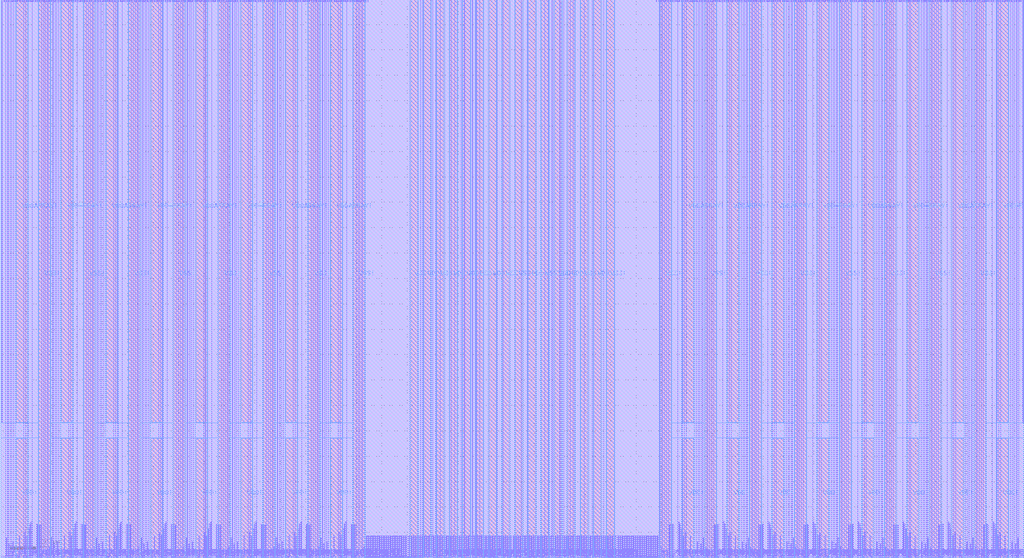
<source format=lef>
# ------------------------------------------------------
#
#		Copyright 2025 IHP PDK Authors
#
#		Licensed under the Apache License, Version 2.0 (the "License");
#		you may not use this file except in compliance with the License.
#		You may obtain a copy of the License at
#		
#		   https://www.apache.org/licenses/LICENSE-2.0
#		
#		Unless required by applicable law or agreed to in writing, software
#		distributed under the License is distributed on an "AS IS" BASIS,
#		WITHOUT WARRANTIES OR CONDITIONS OF ANY KIND, either express or implied.
#		See the License for the specific language governing permissions and
#		limitations under the License.
#		
#		Generated on Wed Aug 27 13:18:16 2025		
#
# ------------------------------------------------------ 
VERSION 5.7 ;
BUSBITCHARS "[]" ;
DIVIDERCHAR "/" ;

MACRO RM_IHPSG13_2P_512x16_c2_bm_bist
  CLASS BLOCK ;
  ORIGIN 0 0 ;
  FOREIGN RM_IHPSG13_2P_512x16_c2_bm_bist 0 0 ;
  SIZE 402.61 BY 219.77 ;
  SYMMETRY X Y R90 ;
  PIN A_DIN[8]
    DIRECTION INPUT ;
    USE SIGNAL ;
    ANTENNAPARTIALMETALAREA 3.9091 LAYER Metal2 ;
    ANTENNAMODEL OXIDE1 ;
      ANTENNAGATEAREA 0.20085 LAYER Metal2 ;
      ANTENNAMAXAREACAR 20.368932 LAYER Metal2 ;
    PORT
      LAYER Metal2 ;
        RECT 266.71 0 266.97 0.26 ;
    END
  END A_DIN[8]
  PIN A_DIN[7]
    DIRECTION INPUT ;
    USE SIGNAL ;
    ANTENNAPARTIALMETALAREA 3.9091 LAYER Metal2 ;
    ANTENNAMODEL OXIDE1 ;
      ANTENNAGATEAREA 0.20085 LAYER Metal2 ;
      ANTENNAMAXAREACAR 20.368932 LAYER Metal2 ;
    PORT
      LAYER Metal2 ;
        RECT 135.64 0 135.9 0.26 ;
    END
  END A_DIN[7]
  PIN A_BIST_DIN[8]
    DIRECTION INPUT ;
    USE SIGNAL ;
    ANTENNAPARTIALMETALAREA 4.136375 LAYER Metal2 ;
    ANTENNAMODEL OXIDE1 ;
      ANTENNAGATEAREA 0.20085 LAYER Metal2 ;
      ANTENNAMAXAREACAR 21.874907 LAYER Metal2 ;
    PORT
      LAYER Metal2 ;
        RECT 267.22 0 267.48 0.26 ;
    END
  END A_BIST_DIN[8]
  PIN A_BIST_DIN[7]
    DIRECTION INPUT ;
    USE SIGNAL ;
    ANTENNAPARTIALMETALAREA 4.136375 LAYER Metal2 ;
    ANTENNAMODEL OXIDE1 ;
      ANTENNAGATEAREA 0.20085 LAYER Metal2 ;
      ANTENNAMAXAREACAR 21.874907 LAYER Metal2 ;
    PORT
      LAYER Metal2 ;
        RECT 135.13 0 135.39 0.26 ;
    END
  END A_BIST_DIN[7]
  PIN A_BM[8]
    DIRECTION INPUT ;
    USE SIGNAL ;
    ANTENNAPARTIALMETALAREA 1.7264 LAYER Metal2 ;
    ANTENNAMODEL OXIDE1 ;
      ANTENNAGATEAREA 0.20085 LAYER Metal2 ;
      ANTENNAMAXAREACAR 9.501618 LAYER Metal2 ;
    PORT
      LAYER Metal2 ;
        RECT 275.38 0 275.64 0.26 ;
    END
  END A_BM[8]
  PIN A_BM[7]
    DIRECTION INPUT ;
    USE SIGNAL ;
    ANTENNAPARTIALMETALAREA 1.7264 LAYER Metal2 ;
    ANTENNAMODEL OXIDE1 ;
      ANTENNAGATEAREA 0.20085 LAYER Metal2 ;
      ANTENNAMAXAREACAR 9.501618 LAYER Metal2 ;
    PORT
      LAYER Metal2 ;
        RECT 126.97 0 127.23 0.26 ;
    END
  END A_BM[7]
  PIN A_BIST_BM[8]
    DIRECTION INPUT ;
    USE SIGNAL ;
    ANTENNAPARTIALMETALAREA 1.7602 LAYER Metal2 ;
    ANTENNAMODEL OXIDE1 ;
      ANTENNAGATEAREA 0.20085 LAYER Metal2 ;
      ANTENNAMAXAREACAR 9.678367 LAYER Metal2 ;
    PORT
      LAYER Metal2 ;
        RECT 274.005 0 274.265 0.26 ;
    END
  END A_BIST_BM[8]
  PIN A_BIST_BM[7]
    DIRECTION INPUT ;
    USE SIGNAL ;
    ANTENNAPARTIALMETALAREA 1.7602 LAYER Metal2 ;
    ANTENNAMODEL OXIDE1 ;
      ANTENNAGATEAREA 0.20085 LAYER Metal2 ;
      ANTENNAMAXAREACAR 9.678367 LAYER Metal2 ;
    PORT
      LAYER Metal2 ;
        RECT 128.345 0 128.605 0.26 ;
    END
  END A_BIST_BM[7]
  PIN A_DOUT[8]
    DIRECTION OUTPUT ;
    USE SIGNAL ;
    ANTENNAPARTIALMETALAREA 4.8256 LAYER Metal2 ;
    ANTENNADIFFAREA 0.988 LAYER Metal2 ;
    PORT
      LAYER Metal2 ;
        RECT 259.57 0 259.83 0.26 ;
    END
  END A_DOUT[8]
  PIN A_DOUT[7]
    DIRECTION OUTPUT ;
    USE SIGNAL ;
    ANTENNAPARTIALMETALAREA 4.8256 LAYER Metal2 ;
    ANTENNADIFFAREA 0.988 LAYER Metal2 ;
    PORT
      LAYER Metal2 ;
        RECT 142.78 0 143.04 0.26 ;
    END
  END A_DOUT[7]
  PIN B_DIN[8]
    DIRECTION INPUT ;
    USE SIGNAL ;
    ANTENNAPARTIALMETALAREA 2.925 LAYER Metal2 ;
    ANTENNAMODEL OXIDE1 ;
      ANTENNAGATEAREA 0.20085 LAYER Metal2 ;
      ANTENNAMAXAREACAR 15.469256 LAYER Metal2 ;
    PORT
      LAYER Metal2 ;
        RECT 269.26 0 269.52 0.26 ;
    END
  END B_DIN[8]
  PIN B_DIN[7]
    DIRECTION INPUT ;
    USE SIGNAL ;
    ANTENNAPARTIALMETALAREA 2.925 LAYER Metal2 ;
    ANTENNAMODEL OXIDE1 ;
      ANTENNAGATEAREA 0.20085 LAYER Metal2 ;
      ANTENNAMAXAREACAR 15.469256 LAYER Metal2 ;
    PORT
      LAYER Metal2 ;
        RECT 133.09 0 133.35 0.26 ;
    END
  END B_DIN[7]
  PIN B_BIST_DIN[8]
    DIRECTION INPUT ;
    USE SIGNAL ;
    ANTENNAPARTIALMETALAREA 2.9445 LAYER Metal2 ;
    ANTENNAMODEL OXIDE1 ;
      ANTENNAGATEAREA 0.20085 LAYER Metal2 ;
      ANTENNAMAXAREACAR 15.929052 LAYER Metal2 ;
    PORT
      LAYER Metal2 ;
        RECT 267.73 0 267.99 0.26 ;
    END
  END B_BIST_DIN[8]
  PIN B_BIST_DIN[7]
    DIRECTION INPUT ;
    USE SIGNAL ;
    ANTENNAPARTIALMETALAREA 2.9445 LAYER Metal2 ;
    ANTENNAMODEL OXIDE1 ;
      ANTENNAGATEAREA 0.20085 LAYER Metal2 ;
      ANTENNAMAXAREACAR 15.929052 LAYER Metal2 ;
    PORT
      LAYER Metal2 ;
        RECT 134.62 0 134.88 0.26 ;
    END
  END B_BIST_DIN[7]
  PIN B_BM[8]
    DIRECTION INPUT ;
    USE SIGNAL ;
    ANTENNAPARTIALMETALAREA 0.7007 LAYER Metal2 ;
    ANTENNAMODEL OXIDE1 ;
      ANTENNAGATEAREA 0.20085 LAYER Metal2 ;
      ANTENNAMAXAREACAR 4.394822 LAYER Metal2 ;
    PORT
      LAYER Metal2 ;
        RECT 260.745 0 261.005 0.26 ;
    END
  END B_BM[8]
  PIN B_BM[7]
    DIRECTION INPUT ;
    USE SIGNAL ;
    ANTENNAPARTIALMETALAREA 0.7007 LAYER Metal2 ;
    ANTENNAMODEL OXIDE1 ;
      ANTENNAGATEAREA 0.20085 LAYER Metal2 ;
      ANTENNAMAXAREACAR 4.394822 LAYER Metal2 ;
    PORT
      LAYER Metal2 ;
        RECT 141.605 0 141.865 0.26 ;
    END
  END B_BM[7]
  PIN B_BIST_BM[8]
    DIRECTION INPUT ;
    USE SIGNAL ;
    ANTENNAPARTIALMETALAREA 0.7007 LAYER Metal2 ;
    ANTENNAMODEL OXIDE1 ;
      ANTENNAGATEAREA 0.20085 LAYER Metal2 ;
      ANTENNAMAXAREACAR 4.394822 LAYER Metal2 ;
    PORT
      LAYER Metal2 ;
        RECT 262.275 0 262.535 0.26 ;
    END
  END B_BIST_BM[8]
  PIN B_BIST_BM[7]
    DIRECTION INPUT ;
    USE SIGNAL ;
    ANTENNAPARTIALMETALAREA 0.7007 LAYER Metal2 ;
    ANTENNAMODEL OXIDE1 ;
      ANTENNAGATEAREA 0.20085 LAYER Metal2 ;
      ANTENNAMAXAREACAR 4.394822 LAYER Metal2 ;
    PORT
      LAYER Metal2 ;
        RECT 140.075 0 140.335 0.26 ;
    END
  END B_BIST_BM[7]
  PIN B_DOUT[8]
    DIRECTION OUTPUT ;
    USE SIGNAL ;
    ANTENNAPARTIALMETALAREA 4.836 LAYER Metal2 ;
    ANTENNADIFFAREA 0.988 LAYER Metal2 ;
    PORT
      LAYER Metal2 ;
        RECT 276.4 0 276.66 0.26 ;
    END
  END B_DOUT[8]
  PIN B_DOUT[7]
    DIRECTION OUTPUT ;
    USE SIGNAL ;
    ANTENNAPARTIALMETALAREA 4.836 LAYER Metal2 ;
    ANTENNADIFFAREA 0.988 LAYER Metal2 ;
    PORT
      LAYER Metal2 ;
        RECT 125.95 0 126.21 0.26 ;
    END
  END B_DOUT[7]
  PIN VSS!
    DIRECTION INOUT ;
    USE GROUND ;
    NETEXPR "vss VSS!" ;
    PORT
      LAYER Metal4 ;
        RECT 383.205 0 387.625 219.77 ;
    END
    PORT
      LAYER Metal4 ;
        RECT 365.525 0 369.945 219.77 ;
    END
    PORT
      LAYER Metal4 ;
        RECT 347.845 0 352.265 219.77 ;
    END
    PORT
      LAYER Metal4 ;
        RECT 330.165 0 334.585 219.77 ;
    END
    PORT
      LAYER Metal4 ;
        RECT 312.485 0 316.905 219.77 ;
    END
    PORT
      LAYER Metal4 ;
        RECT 294.805 0 299.225 219.77 ;
    END
    PORT
      LAYER Metal4 ;
        RECT 277.125 0 281.545 219.77 ;
    END
    PORT
      LAYER Metal4 ;
        RECT 259.445 0 263.865 219.77 ;
    END
    PORT
      LAYER Metal4 ;
        RECT 238.525 0 241.335 219.77 ;
    END
    PORT
      LAYER Metal4 ;
        RECT 228.225 0 231.035 219.77 ;
    END
    PORT
      LAYER Metal4 ;
        RECT 212.775 0 215.585 219.77 ;
    END
    PORT
      LAYER Metal4 ;
        RECT 202.475 0 205.285 219.77 ;
    END
    PORT
      LAYER Metal4 ;
        RECT 197.325 0 200.135 219.77 ;
    END
    PORT
      LAYER Metal4 ;
        RECT 187.025 0 189.835 219.77 ;
    END
    PORT
      LAYER Metal4 ;
        RECT 171.575 0 174.385 219.77 ;
    END
    PORT
      LAYER Metal4 ;
        RECT 161.275 0 164.085 219.77 ;
    END
    PORT
      LAYER Metal4 ;
        RECT 138.745 0 143.165 219.77 ;
    END
    PORT
      LAYER Metal4 ;
        RECT 121.065 0 125.485 219.77 ;
    END
    PORT
      LAYER Metal4 ;
        RECT 103.385 0 107.805 219.77 ;
    END
    PORT
      LAYER Metal4 ;
        RECT 85.705 0 90.125 219.77 ;
    END
    PORT
      LAYER Metal4 ;
        RECT 68.025 0 72.445 219.77 ;
    END
    PORT
      LAYER Metal4 ;
        RECT 50.345 0 54.765 219.77 ;
    END
    PORT
      LAYER Metal4 ;
        RECT 32.665 0 37.085 219.77 ;
    END
    PORT
      LAYER Metal4 ;
        RECT 14.985 0 19.405 219.77 ;
    END
  END VSS!
  PIN VDD!
    DIRECTION INOUT ;
    USE POWER ;
    NETEXPR "vdd VDD!" ;
    PORT
      LAYER Metal4 ;
        RECT 392.045 0 396.465 47.045 ;
    END
    PORT
      LAYER Metal4 ;
        RECT 374.365 0 378.785 47.045 ;
    END
    PORT
      LAYER Metal4 ;
        RECT 356.685 0 361.105 47.045 ;
    END
    PORT
      LAYER Metal4 ;
        RECT 339.005 0 343.425 47.045 ;
    END
    PORT
      LAYER Metal4 ;
        RECT 321.325 0 325.745 47.045 ;
    END
    PORT
      LAYER Metal4 ;
        RECT 303.645 0 308.065 47.045 ;
    END
    PORT
      LAYER Metal4 ;
        RECT 285.965 0 290.385 47.045 ;
    END
    PORT
      LAYER Metal4 ;
        RECT 268.285 0 272.705 47.045 ;
    END
    PORT
      LAYER Metal4 ;
        RECT 233.375 0 236.185 219.77 ;
    END
    PORT
      LAYER Metal4 ;
        RECT 223.075 0 225.885 219.77 ;
    END
    PORT
      LAYER Metal4 ;
        RECT 217.925 0 220.735 219.77 ;
    END
    PORT
      LAYER Metal4 ;
        RECT 207.625 0 210.435 219.77 ;
    END
    PORT
      LAYER Metal4 ;
        RECT 192.175 0 194.985 219.77 ;
    END
    PORT
      LAYER Metal4 ;
        RECT 181.875 0 184.685 219.77 ;
    END
    PORT
      LAYER Metal4 ;
        RECT 176.725 0 179.535 219.77 ;
    END
    PORT
      LAYER Metal4 ;
        RECT 166.425 0 169.235 219.77 ;
    END
    PORT
      LAYER Metal4 ;
        RECT 129.905 0 134.325 47.045 ;
    END
    PORT
      LAYER Metal4 ;
        RECT 112.225 0 116.645 47.045 ;
    END
    PORT
      LAYER Metal4 ;
        RECT 94.545 0 98.965 47.045 ;
    END
    PORT
      LAYER Metal4 ;
        RECT 76.865 0 81.285 47.045 ;
    END
    PORT
      LAYER Metal4 ;
        RECT 59.185 0 63.605 47.045 ;
    END
    PORT
      LAYER Metal4 ;
        RECT 41.505 0 45.925 47.045 ;
    END
    PORT
      LAYER Metal4 ;
        RECT 23.825 0 28.245 47.045 ;
    END
    PORT
      LAYER Metal4 ;
        RECT 6.145 0 10.565 47.045 ;
    END
  END VDD!
  PIN VDDARRAY!
    DIRECTION INOUT ;
    USE POWER ;
    NETEXPR "vddarray VDDARRAY!" ;
    PORT
      LAYER Metal4 ;
        RECT 392.045 53.41 396.465 219.77 ;
    END
    PORT
      LAYER Metal4 ;
        RECT 374.365 53.41 378.785 219.77 ;
    END
    PORT
      LAYER Metal4 ;
        RECT 356.685 53.41 361.105 219.77 ;
    END
    PORT
      LAYER Metal4 ;
        RECT 339.005 53.41 343.425 219.77 ;
    END
    PORT
      LAYER Metal4 ;
        RECT 321.325 53.41 325.745 219.77 ;
    END
    PORT
      LAYER Metal4 ;
        RECT 303.645 53.41 308.065 219.77 ;
    END
    PORT
      LAYER Metal4 ;
        RECT 285.965 53.41 290.385 219.77 ;
    END
    PORT
      LAYER Metal4 ;
        RECT 268.285 53.41 272.705 219.77 ;
    END
    PORT
      LAYER Metal4 ;
        RECT 129.905 53.41 134.325 219.77 ;
    END
    PORT
      LAYER Metal4 ;
        RECT 112.225 53.41 116.645 219.77 ;
    END
    PORT
      LAYER Metal4 ;
        RECT 94.545 53.41 98.965 219.77 ;
    END
    PORT
      LAYER Metal4 ;
        RECT 76.865 53.41 81.285 219.77 ;
    END
    PORT
      LAYER Metal4 ;
        RECT 59.185 53.41 63.605 219.77 ;
    END
    PORT
      LAYER Metal4 ;
        RECT 41.505 53.41 45.925 219.77 ;
    END
    PORT
      LAYER Metal4 ;
        RECT 23.825 53.41 28.245 219.77 ;
    END
    PORT
      LAYER Metal4 ;
        RECT 6.145 53.41 10.565 219.77 ;
    END
  END VDDARRAY!
  PIN A_DIN[9]
    DIRECTION INPUT ;
    USE SIGNAL ;
    ANTENNAPARTIALMETALAREA 3.9091 LAYER Metal2 ;
    ANTENNAMODEL OXIDE1 ;
      ANTENNAGATEAREA 0.20085 LAYER Metal2 ;
      ANTENNAMAXAREACAR 20.368932 LAYER Metal2 ;
    PORT
      LAYER Metal2 ;
        RECT 284.39 0 284.65 0.26 ;
    END
  END A_DIN[9]
  PIN A_DIN[6]
    DIRECTION INPUT ;
    USE SIGNAL ;
    ANTENNAPARTIALMETALAREA 3.9091 LAYER Metal2 ;
    ANTENNAMODEL OXIDE1 ;
      ANTENNAGATEAREA 0.20085 LAYER Metal2 ;
      ANTENNAMAXAREACAR 20.368932 LAYER Metal2 ;
    PORT
      LAYER Metal2 ;
        RECT 117.96 0 118.22 0.26 ;
    END
  END A_DIN[6]
  PIN A_BIST_DIN[9]
    DIRECTION INPUT ;
    USE SIGNAL ;
    ANTENNAPARTIALMETALAREA 4.136375 LAYER Metal2 ;
    ANTENNAMODEL OXIDE1 ;
      ANTENNAGATEAREA 0.20085 LAYER Metal2 ;
      ANTENNAMAXAREACAR 21.874907 LAYER Metal2 ;
    PORT
      LAYER Metal2 ;
        RECT 284.9 0 285.16 0.26 ;
    END
  END A_BIST_DIN[9]
  PIN A_BIST_DIN[6]
    DIRECTION INPUT ;
    USE SIGNAL ;
    ANTENNAPARTIALMETALAREA 4.136375 LAYER Metal2 ;
    ANTENNAMODEL OXIDE1 ;
      ANTENNAGATEAREA 0.20085 LAYER Metal2 ;
      ANTENNAMAXAREACAR 21.874907 LAYER Metal2 ;
    PORT
      LAYER Metal2 ;
        RECT 117.45 0 117.71 0.26 ;
    END
  END A_BIST_DIN[6]
  PIN A_BM[9]
    DIRECTION INPUT ;
    USE SIGNAL ;
    ANTENNAPARTIALMETALAREA 1.7264 LAYER Metal2 ;
    ANTENNAMODEL OXIDE1 ;
      ANTENNAGATEAREA 0.20085 LAYER Metal2 ;
      ANTENNAMAXAREACAR 9.501618 LAYER Metal2 ;
    PORT
      LAYER Metal2 ;
        RECT 293.06 0 293.32 0.26 ;
    END
  END A_BM[9]
  PIN A_BM[6]
    DIRECTION INPUT ;
    USE SIGNAL ;
    ANTENNAPARTIALMETALAREA 1.7264 LAYER Metal2 ;
    ANTENNAMODEL OXIDE1 ;
      ANTENNAGATEAREA 0.20085 LAYER Metal2 ;
      ANTENNAMAXAREACAR 9.501618 LAYER Metal2 ;
    PORT
      LAYER Metal2 ;
        RECT 109.29 0 109.55 0.26 ;
    END
  END A_BM[6]
  PIN A_BIST_BM[9]
    DIRECTION INPUT ;
    USE SIGNAL ;
    ANTENNAPARTIALMETALAREA 1.7602 LAYER Metal2 ;
    ANTENNAMODEL OXIDE1 ;
      ANTENNAGATEAREA 0.20085 LAYER Metal2 ;
      ANTENNAMAXAREACAR 9.678367 LAYER Metal2 ;
    PORT
      LAYER Metal2 ;
        RECT 291.685 0 291.945 0.26 ;
    END
  END A_BIST_BM[9]
  PIN A_BIST_BM[6]
    DIRECTION INPUT ;
    USE SIGNAL ;
    ANTENNAPARTIALMETALAREA 1.7602 LAYER Metal2 ;
    ANTENNAMODEL OXIDE1 ;
      ANTENNAGATEAREA 0.20085 LAYER Metal2 ;
      ANTENNAMAXAREACAR 9.678367 LAYER Metal2 ;
    PORT
      LAYER Metal2 ;
        RECT 110.665 0 110.925 0.26 ;
    END
  END A_BIST_BM[6]
  PIN A_DOUT[9]
    DIRECTION OUTPUT ;
    USE SIGNAL ;
    ANTENNAPARTIALMETALAREA 4.8256 LAYER Metal2 ;
    ANTENNADIFFAREA 0.988 LAYER Metal2 ;
    PORT
      LAYER Metal2 ;
        RECT 277.25 0 277.51 0.26 ;
    END
  END A_DOUT[9]
  PIN A_DOUT[6]
    DIRECTION OUTPUT ;
    USE SIGNAL ;
    ANTENNAPARTIALMETALAREA 4.8256 LAYER Metal2 ;
    ANTENNADIFFAREA 0.988 LAYER Metal2 ;
    PORT
      LAYER Metal2 ;
        RECT 125.1 0 125.36 0.26 ;
    END
  END A_DOUT[6]
  PIN B_DIN[9]
    DIRECTION INPUT ;
    USE SIGNAL ;
    ANTENNAPARTIALMETALAREA 2.925 LAYER Metal2 ;
    ANTENNAMODEL OXIDE1 ;
      ANTENNAGATEAREA 0.20085 LAYER Metal2 ;
      ANTENNAMAXAREACAR 15.469256 LAYER Metal2 ;
    PORT
      LAYER Metal2 ;
        RECT 286.94 0 287.2 0.26 ;
    END
  END B_DIN[9]
  PIN B_DIN[6]
    DIRECTION INPUT ;
    USE SIGNAL ;
    ANTENNAPARTIALMETALAREA 2.925 LAYER Metal2 ;
    ANTENNAMODEL OXIDE1 ;
      ANTENNAGATEAREA 0.20085 LAYER Metal2 ;
      ANTENNAMAXAREACAR 15.469256 LAYER Metal2 ;
    PORT
      LAYER Metal2 ;
        RECT 115.41 0 115.67 0.26 ;
    END
  END B_DIN[6]
  PIN B_BIST_DIN[9]
    DIRECTION INPUT ;
    USE SIGNAL ;
    ANTENNAPARTIALMETALAREA 2.9445 LAYER Metal2 ;
    ANTENNAMODEL OXIDE1 ;
      ANTENNAGATEAREA 0.20085 LAYER Metal2 ;
      ANTENNAMAXAREACAR 15.929052 LAYER Metal2 ;
    PORT
      LAYER Metal2 ;
        RECT 285.41 0 285.67 0.26 ;
    END
  END B_BIST_DIN[9]
  PIN B_BIST_DIN[6]
    DIRECTION INPUT ;
    USE SIGNAL ;
    ANTENNAPARTIALMETALAREA 2.9445 LAYER Metal2 ;
    ANTENNAMODEL OXIDE1 ;
      ANTENNAGATEAREA 0.20085 LAYER Metal2 ;
      ANTENNAMAXAREACAR 15.929052 LAYER Metal2 ;
    PORT
      LAYER Metal2 ;
        RECT 116.94 0 117.2 0.26 ;
    END
  END B_BIST_DIN[6]
  PIN B_BM[9]
    DIRECTION INPUT ;
    USE SIGNAL ;
    ANTENNAPARTIALMETALAREA 0.7007 LAYER Metal2 ;
    ANTENNAMODEL OXIDE1 ;
      ANTENNAGATEAREA 0.20085 LAYER Metal2 ;
      ANTENNAMAXAREACAR 4.394822 LAYER Metal2 ;
    PORT
      LAYER Metal2 ;
        RECT 278.425 0 278.685 0.26 ;
    END
  END B_BM[9]
  PIN B_BM[6]
    DIRECTION INPUT ;
    USE SIGNAL ;
    ANTENNAPARTIALMETALAREA 0.7007 LAYER Metal2 ;
    ANTENNAMODEL OXIDE1 ;
      ANTENNAGATEAREA 0.20085 LAYER Metal2 ;
      ANTENNAMAXAREACAR 4.394822 LAYER Metal2 ;
    PORT
      LAYER Metal2 ;
        RECT 123.925 0 124.185 0.26 ;
    END
  END B_BM[6]
  PIN B_BIST_BM[9]
    DIRECTION INPUT ;
    USE SIGNAL ;
    ANTENNAPARTIALMETALAREA 0.7007 LAYER Metal2 ;
    ANTENNAMODEL OXIDE1 ;
      ANTENNAGATEAREA 0.20085 LAYER Metal2 ;
      ANTENNAMAXAREACAR 4.394822 LAYER Metal2 ;
    PORT
      LAYER Metal2 ;
        RECT 279.955 0 280.215 0.26 ;
    END
  END B_BIST_BM[9]
  PIN B_BIST_BM[6]
    DIRECTION INPUT ;
    USE SIGNAL ;
    ANTENNAPARTIALMETALAREA 0.7007 LAYER Metal2 ;
    ANTENNAMODEL OXIDE1 ;
      ANTENNAGATEAREA 0.20085 LAYER Metal2 ;
      ANTENNAMAXAREACAR 4.394822 LAYER Metal2 ;
    PORT
      LAYER Metal2 ;
        RECT 122.395 0 122.655 0.26 ;
    END
  END B_BIST_BM[6]
  PIN B_DOUT[9]
    DIRECTION OUTPUT ;
    USE SIGNAL ;
    ANTENNAPARTIALMETALAREA 4.836 LAYER Metal2 ;
    ANTENNADIFFAREA 0.988 LAYER Metal2 ;
    PORT
      LAYER Metal2 ;
        RECT 294.08 0 294.34 0.26 ;
    END
  END B_DOUT[9]
  PIN B_DOUT[6]
    DIRECTION OUTPUT ;
    USE SIGNAL ;
    ANTENNAPARTIALMETALAREA 4.836 LAYER Metal2 ;
    ANTENNADIFFAREA 0.988 LAYER Metal2 ;
    PORT
      LAYER Metal2 ;
        RECT 108.27 0 108.53 0.26 ;
    END
  END B_DOUT[6]
  PIN A_DIN[10]
    DIRECTION INPUT ;
    USE SIGNAL ;
    ANTENNAPARTIALMETALAREA 3.9091 LAYER Metal2 ;
    ANTENNAMODEL OXIDE1 ;
      ANTENNAGATEAREA 0.20085 LAYER Metal2 ;
      ANTENNAMAXAREACAR 20.368932 LAYER Metal2 ;
    PORT
      LAYER Metal2 ;
        RECT 302.07 0 302.33 0.26 ;
    END
  END A_DIN[10]
  PIN A_DIN[5]
    DIRECTION INPUT ;
    USE SIGNAL ;
    ANTENNAPARTIALMETALAREA 3.9091 LAYER Metal2 ;
    ANTENNAMODEL OXIDE1 ;
      ANTENNAGATEAREA 0.20085 LAYER Metal2 ;
      ANTENNAMAXAREACAR 20.368932 LAYER Metal2 ;
    PORT
      LAYER Metal2 ;
        RECT 100.28 0 100.54 0.26 ;
    END
  END A_DIN[5]
  PIN A_BIST_DIN[10]
    DIRECTION INPUT ;
    USE SIGNAL ;
    ANTENNAPARTIALMETALAREA 4.136375 LAYER Metal2 ;
    ANTENNAMODEL OXIDE1 ;
      ANTENNAGATEAREA 0.20085 LAYER Metal2 ;
      ANTENNAMAXAREACAR 21.874907 LAYER Metal2 ;
    PORT
      LAYER Metal2 ;
        RECT 302.58 0 302.84 0.26 ;
    END
  END A_BIST_DIN[10]
  PIN A_BIST_DIN[5]
    DIRECTION INPUT ;
    USE SIGNAL ;
    ANTENNAPARTIALMETALAREA 4.136375 LAYER Metal2 ;
    ANTENNAMODEL OXIDE1 ;
      ANTENNAGATEAREA 0.20085 LAYER Metal2 ;
      ANTENNAMAXAREACAR 21.874907 LAYER Metal2 ;
    PORT
      LAYER Metal2 ;
        RECT 99.77 0 100.03 0.26 ;
    END
  END A_BIST_DIN[5]
  PIN A_BM[10]
    DIRECTION INPUT ;
    USE SIGNAL ;
    ANTENNAPARTIALMETALAREA 1.7264 LAYER Metal2 ;
    ANTENNAMODEL OXIDE1 ;
      ANTENNAGATEAREA 0.20085 LAYER Metal2 ;
      ANTENNAMAXAREACAR 9.501618 LAYER Metal2 ;
    PORT
      LAYER Metal2 ;
        RECT 310.74 0 311 0.26 ;
    END
  END A_BM[10]
  PIN A_BM[5]
    DIRECTION INPUT ;
    USE SIGNAL ;
    ANTENNAPARTIALMETALAREA 1.7264 LAYER Metal2 ;
    ANTENNAMODEL OXIDE1 ;
      ANTENNAGATEAREA 0.20085 LAYER Metal2 ;
      ANTENNAMAXAREACAR 9.501618 LAYER Metal2 ;
    PORT
      LAYER Metal2 ;
        RECT 91.61 0 91.87 0.26 ;
    END
  END A_BM[5]
  PIN A_BIST_BM[10]
    DIRECTION INPUT ;
    USE SIGNAL ;
    ANTENNAPARTIALMETALAREA 1.7602 LAYER Metal2 ;
    ANTENNAMODEL OXIDE1 ;
      ANTENNAGATEAREA 0.20085 LAYER Metal2 ;
      ANTENNAMAXAREACAR 9.678367 LAYER Metal2 ;
    PORT
      LAYER Metal2 ;
        RECT 309.365 0 309.625 0.26 ;
    END
  END A_BIST_BM[10]
  PIN A_BIST_BM[5]
    DIRECTION INPUT ;
    USE SIGNAL ;
    ANTENNAPARTIALMETALAREA 1.7602 LAYER Metal2 ;
    ANTENNAMODEL OXIDE1 ;
      ANTENNAGATEAREA 0.20085 LAYER Metal2 ;
      ANTENNAMAXAREACAR 9.678367 LAYER Metal2 ;
    PORT
      LAYER Metal2 ;
        RECT 92.985 0 93.245 0.26 ;
    END
  END A_BIST_BM[5]
  PIN A_DOUT[10]
    DIRECTION OUTPUT ;
    USE SIGNAL ;
    ANTENNAPARTIALMETALAREA 4.8256 LAYER Metal2 ;
    ANTENNADIFFAREA 0.988 LAYER Metal2 ;
    PORT
      LAYER Metal2 ;
        RECT 294.93 0 295.19 0.26 ;
    END
  END A_DOUT[10]
  PIN A_DOUT[5]
    DIRECTION OUTPUT ;
    USE SIGNAL ;
    ANTENNAPARTIALMETALAREA 4.8256 LAYER Metal2 ;
    ANTENNADIFFAREA 0.988 LAYER Metal2 ;
    PORT
      LAYER Metal2 ;
        RECT 107.42 0 107.68 0.26 ;
    END
  END A_DOUT[5]
  PIN B_DIN[10]
    DIRECTION INPUT ;
    USE SIGNAL ;
    ANTENNAPARTIALMETALAREA 2.925 LAYER Metal2 ;
    ANTENNAMODEL OXIDE1 ;
      ANTENNAGATEAREA 0.20085 LAYER Metal2 ;
      ANTENNAMAXAREACAR 15.469256 LAYER Metal2 ;
    PORT
      LAYER Metal2 ;
        RECT 304.62 0 304.88 0.26 ;
    END
  END B_DIN[10]
  PIN B_DIN[5]
    DIRECTION INPUT ;
    USE SIGNAL ;
    ANTENNAPARTIALMETALAREA 2.925 LAYER Metal2 ;
    ANTENNAMODEL OXIDE1 ;
      ANTENNAGATEAREA 0.20085 LAYER Metal2 ;
      ANTENNAMAXAREACAR 15.469256 LAYER Metal2 ;
    PORT
      LAYER Metal2 ;
        RECT 97.73 0 97.99 0.26 ;
    END
  END B_DIN[5]
  PIN B_BIST_DIN[10]
    DIRECTION INPUT ;
    USE SIGNAL ;
    ANTENNAPARTIALMETALAREA 2.9445 LAYER Metal2 ;
    ANTENNAMODEL OXIDE1 ;
      ANTENNAGATEAREA 0.20085 LAYER Metal2 ;
      ANTENNAMAXAREACAR 15.929052 LAYER Metal2 ;
    PORT
      LAYER Metal2 ;
        RECT 303.09 0 303.35 0.26 ;
    END
  END B_BIST_DIN[10]
  PIN B_BIST_DIN[5]
    DIRECTION INPUT ;
    USE SIGNAL ;
    ANTENNAPARTIALMETALAREA 2.9445 LAYER Metal2 ;
    ANTENNAMODEL OXIDE1 ;
      ANTENNAGATEAREA 0.20085 LAYER Metal2 ;
      ANTENNAMAXAREACAR 15.929052 LAYER Metal2 ;
    PORT
      LAYER Metal2 ;
        RECT 99.26 0 99.52 0.26 ;
    END
  END B_BIST_DIN[5]
  PIN B_BM[10]
    DIRECTION INPUT ;
    USE SIGNAL ;
    ANTENNAPARTIALMETALAREA 0.7007 LAYER Metal2 ;
    ANTENNAMODEL OXIDE1 ;
      ANTENNAGATEAREA 0.20085 LAYER Metal2 ;
      ANTENNAMAXAREACAR 4.394822 LAYER Metal2 ;
    PORT
      LAYER Metal2 ;
        RECT 296.105 0 296.365 0.26 ;
    END
  END B_BM[10]
  PIN B_BM[5]
    DIRECTION INPUT ;
    USE SIGNAL ;
    ANTENNAPARTIALMETALAREA 0.7007 LAYER Metal2 ;
    ANTENNAMODEL OXIDE1 ;
      ANTENNAGATEAREA 0.20085 LAYER Metal2 ;
      ANTENNAMAXAREACAR 4.394822 LAYER Metal2 ;
    PORT
      LAYER Metal2 ;
        RECT 106.245 0 106.505 0.26 ;
    END
  END B_BM[5]
  PIN B_BIST_BM[10]
    DIRECTION INPUT ;
    USE SIGNAL ;
    ANTENNAPARTIALMETALAREA 0.7007 LAYER Metal2 ;
    ANTENNAMODEL OXIDE1 ;
      ANTENNAGATEAREA 0.20085 LAYER Metal2 ;
      ANTENNAMAXAREACAR 4.394822 LAYER Metal2 ;
    PORT
      LAYER Metal2 ;
        RECT 297.635 0 297.895 0.26 ;
    END
  END B_BIST_BM[10]
  PIN B_BIST_BM[5]
    DIRECTION INPUT ;
    USE SIGNAL ;
    ANTENNAPARTIALMETALAREA 0.7007 LAYER Metal2 ;
    ANTENNAMODEL OXIDE1 ;
      ANTENNAGATEAREA 0.20085 LAYER Metal2 ;
      ANTENNAMAXAREACAR 4.394822 LAYER Metal2 ;
    PORT
      LAYER Metal2 ;
        RECT 104.715 0 104.975 0.26 ;
    END
  END B_BIST_BM[5]
  PIN B_DOUT[10]
    DIRECTION OUTPUT ;
    USE SIGNAL ;
    ANTENNAPARTIALMETALAREA 4.836 LAYER Metal2 ;
    ANTENNADIFFAREA 0.988 LAYER Metal2 ;
    PORT
      LAYER Metal2 ;
        RECT 311.76 0 312.02 0.26 ;
    END
  END B_DOUT[10]
  PIN B_DOUT[5]
    DIRECTION OUTPUT ;
    USE SIGNAL ;
    ANTENNAPARTIALMETALAREA 4.836 LAYER Metal2 ;
    ANTENNADIFFAREA 0.988 LAYER Metal2 ;
    PORT
      LAYER Metal2 ;
        RECT 90.59 0 90.85 0.26 ;
    END
  END B_DOUT[5]
  PIN A_DIN[11]
    DIRECTION INPUT ;
    USE SIGNAL ;
    ANTENNAPARTIALMETALAREA 3.9091 LAYER Metal2 ;
    ANTENNAMODEL OXIDE1 ;
      ANTENNAGATEAREA 0.20085 LAYER Metal2 ;
      ANTENNAMAXAREACAR 20.368932 LAYER Metal2 ;
    PORT
      LAYER Metal2 ;
        RECT 319.75 0 320.01 0.26 ;
    END
  END A_DIN[11]
  PIN A_DIN[4]
    DIRECTION INPUT ;
    USE SIGNAL ;
    ANTENNAPARTIALMETALAREA 3.9091 LAYER Metal2 ;
    ANTENNAMODEL OXIDE1 ;
      ANTENNAGATEAREA 0.20085 LAYER Metal2 ;
      ANTENNAMAXAREACAR 20.368932 LAYER Metal2 ;
    PORT
      LAYER Metal2 ;
        RECT 82.6 0 82.86 0.26 ;
    END
  END A_DIN[4]
  PIN A_BIST_DIN[11]
    DIRECTION INPUT ;
    USE SIGNAL ;
    ANTENNAPARTIALMETALAREA 4.136375 LAYER Metal2 ;
    ANTENNAMODEL OXIDE1 ;
      ANTENNAGATEAREA 0.20085 LAYER Metal2 ;
      ANTENNAMAXAREACAR 21.874907 LAYER Metal2 ;
    PORT
      LAYER Metal2 ;
        RECT 320.26 0 320.52 0.26 ;
    END
  END A_BIST_DIN[11]
  PIN A_BIST_DIN[4]
    DIRECTION INPUT ;
    USE SIGNAL ;
    ANTENNAPARTIALMETALAREA 4.136375 LAYER Metal2 ;
    ANTENNAMODEL OXIDE1 ;
      ANTENNAGATEAREA 0.20085 LAYER Metal2 ;
      ANTENNAMAXAREACAR 21.874907 LAYER Metal2 ;
    PORT
      LAYER Metal2 ;
        RECT 82.09 0 82.35 0.26 ;
    END
  END A_BIST_DIN[4]
  PIN A_BM[11]
    DIRECTION INPUT ;
    USE SIGNAL ;
    ANTENNAPARTIALMETALAREA 1.7264 LAYER Metal2 ;
    ANTENNAMODEL OXIDE1 ;
      ANTENNAGATEAREA 0.20085 LAYER Metal2 ;
      ANTENNAMAXAREACAR 9.501618 LAYER Metal2 ;
    PORT
      LAYER Metal2 ;
        RECT 328.42 0 328.68 0.26 ;
    END
  END A_BM[11]
  PIN A_BM[4]
    DIRECTION INPUT ;
    USE SIGNAL ;
    ANTENNAPARTIALMETALAREA 1.7264 LAYER Metal2 ;
    ANTENNAMODEL OXIDE1 ;
      ANTENNAGATEAREA 0.20085 LAYER Metal2 ;
      ANTENNAMAXAREACAR 9.501618 LAYER Metal2 ;
    PORT
      LAYER Metal2 ;
        RECT 73.93 0 74.19 0.26 ;
    END
  END A_BM[4]
  PIN A_BIST_BM[11]
    DIRECTION INPUT ;
    USE SIGNAL ;
    ANTENNAPARTIALMETALAREA 1.7602 LAYER Metal2 ;
    ANTENNAMODEL OXIDE1 ;
      ANTENNAGATEAREA 0.20085 LAYER Metal2 ;
      ANTENNAMAXAREACAR 9.678367 LAYER Metal2 ;
    PORT
      LAYER Metal2 ;
        RECT 327.045 0 327.305 0.26 ;
    END
  END A_BIST_BM[11]
  PIN A_BIST_BM[4]
    DIRECTION INPUT ;
    USE SIGNAL ;
    ANTENNAPARTIALMETALAREA 1.7602 LAYER Metal2 ;
    ANTENNAMODEL OXIDE1 ;
      ANTENNAGATEAREA 0.20085 LAYER Metal2 ;
      ANTENNAMAXAREACAR 9.678367 LAYER Metal2 ;
    PORT
      LAYER Metal2 ;
        RECT 75.305 0 75.565 0.26 ;
    END
  END A_BIST_BM[4]
  PIN A_DOUT[11]
    DIRECTION OUTPUT ;
    USE SIGNAL ;
    ANTENNAPARTIALMETALAREA 4.8256 LAYER Metal2 ;
    ANTENNADIFFAREA 0.988 LAYER Metal2 ;
    PORT
      LAYER Metal2 ;
        RECT 312.61 0 312.87 0.26 ;
    END
  END A_DOUT[11]
  PIN A_DOUT[4]
    DIRECTION OUTPUT ;
    USE SIGNAL ;
    ANTENNAPARTIALMETALAREA 4.8256 LAYER Metal2 ;
    ANTENNADIFFAREA 0.988 LAYER Metal2 ;
    PORT
      LAYER Metal2 ;
        RECT 89.74 0 90 0.26 ;
    END
  END A_DOUT[4]
  PIN B_DIN[11]
    DIRECTION INPUT ;
    USE SIGNAL ;
    ANTENNAPARTIALMETALAREA 2.925 LAYER Metal2 ;
    ANTENNAMODEL OXIDE1 ;
      ANTENNAGATEAREA 0.20085 LAYER Metal2 ;
      ANTENNAMAXAREACAR 15.469256 LAYER Metal2 ;
    PORT
      LAYER Metal2 ;
        RECT 322.3 0 322.56 0.26 ;
    END
  END B_DIN[11]
  PIN B_DIN[4]
    DIRECTION INPUT ;
    USE SIGNAL ;
    ANTENNAPARTIALMETALAREA 2.925 LAYER Metal2 ;
    ANTENNAMODEL OXIDE1 ;
      ANTENNAGATEAREA 0.20085 LAYER Metal2 ;
      ANTENNAMAXAREACAR 15.469256 LAYER Metal2 ;
    PORT
      LAYER Metal2 ;
        RECT 80.05 0 80.31 0.26 ;
    END
  END B_DIN[4]
  PIN B_BIST_DIN[11]
    DIRECTION INPUT ;
    USE SIGNAL ;
    ANTENNAPARTIALMETALAREA 2.9445 LAYER Metal2 ;
    ANTENNAMODEL OXIDE1 ;
      ANTENNAGATEAREA 0.20085 LAYER Metal2 ;
      ANTENNAMAXAREACAR 15.929052 LAYER Metal2 ;
    PORT
      LAYER Metal2 ;
        RECT 320.77 0 321.03 0.26 ;
    END
  END B_BIST_DIN[11]
  PIN B_BIST_DIN[4]
    DIRECTION INPUT ;
    USE SIGNAL ;
    ANTENNAPARTIALMETALAREA 2.9445 LAYER Metal2 ;
    ANTENNAMODEL OXIDE1 ;
      ANTENNAGATEAREA 0.20085 LAYER Metal2 ;
      ANTENNAMAXAREACAR 15.929052 LAYER Metal2 ;
    PORT
      LAYER Metal2 ;
        RECT 81.58 0 81.84 0.26 ;
    END
  END B_BIST_DIN[4]
  PIN B_BM[11]
    DIRECTION INPUT ;
    USE SIGNAL ;
    ANTENNAPARTIALMETALAREA 0.7007 LAYER Metal2 ;
    ANTENNAMODEL OXIDE1 ;
      ANTENNAGATEAREA 0.20085 LAYER Metal2 ;
      ANTENNAMAXAREACAR 4.394822 LAYER Metal2 ;
    PORT
      LAYER Metal2 ;
        RECT 313.785 0 314.045 0.26 ;
    END
  END B_BM[11]
  PIN B_BM[4]
    DIRECTION INPUT ;
    USE SIGNAL ;
    ANTENNAPARTIALMETALAREA 0.7007 LAYER Metal2 ;
    ANTENNAMODEL OXIDE1 ;
      ANTENNAGATEAREA 0.20085 LAYER Metal2 ;
      ANTENNAMAXAREACAR 4.394822 LAYER Metal2 ;
    PORT
      LAYER Metal2 ;
        RECT 88.565 0 88.825 0.26 ;
    END
  END B_BM[4]
  PIN B_BIST_BM[11]
    DIRECTION INPUT ;
    USE SIGNAL ;
    ANTENNAPARTIALMETALAREA 0.7007 LAYER Metal2 ;
    ANTENNAMODEL OXIDE1 ;
      ANTENNAGATEAREA 0.20085 LAYER Metal2 ;
      ANTENNAMAXAREACAR 4.394822 LAYER Metal2 ;
    PORT
      LAYER Metal2 ;
        RECT 315.315 0 315.575 0.26 ;
    END
  END B_BIST_BM[11]
  PIN B_BIST_BM[4]
    DIRECTION INPUT ;
    USE SIGNAL ;
    ANTENNAPARTIALMETALAREA 0.7007 LAYER Metal2 ;
    ANTENNAMODEL OXIDE1 ;
      ANTENNAGATEAREA 0.20085 LAYER Metal2 ;
      ANTENNAMAXAREACAR 4.394822 LAYER Metal2 ;
    PORT
      LAYER Metal2 ;
        RECT 87.035 0 87.295 0.26 ;
    END
  END B_BIST_BM[4]
  PIN B_DOUT[11]
    DIRECTION OUTPUT ;
    USE SIGNAL ;
    ANTENNAPARTIALMETALAREA 4.836 LAYER Metal2 ;
    ANTENNADIFFAREA 0.988 LAYER Metal2 ;
    PORT
      LAYER Metal2 ;
        RECT 329.44 0 329.7 0.26 ;
    END
  END B_DOUT[11]
  PIN B_DOUT[4]
    DIRECTION OUTPUT ;
    USE SIGNAL ;
    ANTENNAPARTIALMETALAREA 4.836 LAYER Metal2 ;
    ANTENNADIFFAREA 0.988 LAYER Metal2 ;
    PORT
      LAYER Metal2 ;
        RECT 72.91 0 73.17 0.26 ;
    END
  END B_DOUT[4]
  PIN A_DIN[12]
    DIRECTION INPUT ;
    USE SIGNAL ;
    ANTENNAPARTIALMETALAREA 3.9091 LAYER Metal2 ;
    ANTENNAMODEL OXIDE1 ;
      ANTENNAGATEAREA 0.20085 LAYER Metal2 ;
      ANTENNAMAXAREACAR 20.368932 LAYER Metal2 ;
    PORT
      LAYER Metal2 ;
        RECT 337.43 0 337.69 0.26 ;
    END
  END A_DIN[12]
  PIN A_DIN[3]
    DIRECTION INPUT ;
    USE SIGNAL ;
    ANTENNAPARTIALMETALAREA 3.9091 LAYER Metal2 ;
    ANTENNAMODEL OXIDE1 ;
      ANTENNAGATEAREA 0.20085 LAYER Metal2 ;
      ANTENNAMAXAREACAR 20.368932 LAYER Metal2 ;
    PORT
      LAYER Metal2 ;
        RECT 64.92 0 65.18 0.26 ;
    END
  END A_DIN[3]
  PIN A_BIST_DIN[12]
    DIRECTION INPUT ;
    USE SIGNAL ;
    ANTENNAPARTIALMETALAREA 4.136375 LAYER Metal2 ;
    ANTENNAMODEL OXIDE1 ;
      ANTENNAGATEAREA 0.20085 LAYER Metal2 ;
      ANTENNAMAXAREACAR 21.874907 LAYER Metal2 ;
    PORT
      LAYER Metal2 ;
        RECT 337.94 0 338.2 0.26 ;
    END
  END A_BIST_DIN[12]
  PIN A_BIST_DIN[3]
    DIRECTION INPUT ;
    USE SIGNAL ;
    ANTENNAPARTIALMETALAREA 4.136375 LAYER Metal2 ;
    ANTENNAMODEL OXIDE1 ;
      ANTENNAGATEAREA 0.20085 LAYER Metal2 ;
      ANTENNAMAXAREACAR 21.874907 LAYER Metal2 ;
    PORT
      LAYER Metal2 ;
        RECT 64.41 0 64.67 0.26 ;
    END
  END A_BIST_DIN[3]
  PIN A_BM[12]
    DIRECTION INPUT ;
    USE SIGNAL ;
    ANTENNAPARTIALMETALAREA 1.7264 LAYER Metal2 ;
    ANTENNAMODEL OXIDE1 ;
      ANTENNAGATEAREA 0.20085 LAYER Metal2 ;
      ANTENNAMAXAREACAR 9.501618 LAYER Metal2 ;
    PORT
      LAYER Metal2 ;
        RECT 346.1 0 346.36 0.26 ;
    END
  END A_BM[12]
  PIN A_BM[3]
    DIRECTION INPUT ;
    USE SIGNAL ;
    ANTENNAPARTIALMETALAREA 1.7264 LAYER Metal2 ;
    ANTENNAMODEL OXIDE1 ;
      ANTENNAGATEAREA 0.20085 LAYER Metal2 ;
      ANTENNAMAXAREACAR 9.501618 LAYER Metal2 ;
    PORT
      LAYER Metal2 ;
        RECT 56.25 0 56.51 0.26 ;
    END
  END A_BM[3]
  PIN A_BIST_BM[12]
    DIRECTION INPUT ;
    USE SIGNAL ;
    ANTENNAPARTIALMETALAREA 1.7602 LAYER Metal2 ;
    ANTENNAMODEL OXIDE1 ;
      ANTENNAGATEAREA 0.20085 LAYER Metal2 ;
      ANTENNAMAXAREACAR 9.678367 LAYER Metal2 ;
    PORT
      LAYER Metal2 ;
        RECT 344.725 0 344.985 0.26 ;
    END
  END A_BIST_BM[12]
  PIN A_BIST_BM[3]
    DIRECTION INPUT ;
    USE SIGNAL ;
    ANTENNAPARTIALMETALAREA 1.7602 LAYER Metal2 ;
    ANTENNAMODEL OXIDE1 ;
      ANTENNAGATEAREA 0.20085 LAYER Metal2 ;
      ANTENNAMAXAREACAR 9.678367 LAYER Metal2 ;
    PORT
      LAYER Metal2 ;
        RECT 57.625 0 57.885 0.26 ;
    END
  END A_BIST_BM[3]
  PIN A_DOUT[12]
    DIRECTION OUTPUT ;
    USE SIGNAL ;
    ANTENNAPARTIALMETALAREA 4.8256 LAYER Metal2 ;
    ANTENNADIFFAREA 0.988 LAYER Metal2 ;
    PORT
      LAYER Metal2 ;
        RECT 330.29 0 330.55 0.26 ;
    END
  END A_DOUT[12]
  PIN A_DOUT[3]
    DIRECTION OUTPUT ;
    USE SIGNAL ;
    ANTENNAPARTIALMETALAREA 4.8256 LAYER Metal2 ;
    ANTENNADIFFAREA 0.988 LAYER Metal2 ;
    PORT
      LAYER Metal2 ;
        RECT 72.06 0 72.32 0.26 ;
    END
  END A_DOUT[3]
  PIN B_DIN[12]
    DIRECTION INPUT ;
    USE SIGNAL ;
    ANTENNAPARTIALMETALAREA 2.925 LAYER Metal2 ;
    ANTENNAMODEL OXIDE1 ;
      ANTENNAGATEAREA 0.20085 LAYER Metal2 ;
      ANTENNAMAXAREACAR 15.469256 LAYER Metal2 ;
    PORT
      LAYER Metal2 ;
        RECT 339.98 0 340.24 0.26 ;
    END
  END B_DIN[12]
  PIN B_DIN[3]
    DIRECTION INPUT ;
    USE SIGNAL ;
    ANTENNAPARTIALMETALAREA 2.925 LAYER Metal2 ;
    ANTENNAMODEL OXIDE1 ;
      ANTENNAGATEAREA 0.20085 LAYER Metal2 ;
      ANTENNAMAXAREACAR 15.469256 LAYER Metal2 ;
    PORT
      LAYER Metal2 ;
        RECT 62.37 0 62.63 0.26 ;
    END
  END B_DIN[3]
  PIN B_BIST_DIN[12]
    DIRECTION INPUT ;
    USE SIGNAL ;
    ANTENNAPARTIALMETALAREA 2.9445 LAYER Metal2 ;
    ANTENNAMODEL OXIDE1 ;
      ANTENNAGATEAREA 0.20085 LAYER Metal2 ;
      ANTENNAMAXAREACAR 15.929052 LAYER Metal2 ;
    PORT
      LAYER Metal2 ;
        RECT 338.45 0 338.71 0.26 ;
    END
  END B_BIST_DIN[12]
  PIN B_BIST_DIN[3]
    DIRECTION INPUT ;
    USE SIGNAL ;
    ANTENNAPARTIALMETALAREA 2.9445 LAYER Metal2 ;
    ANTENNAMODEL OXIDE1 ;
      ANTENNAGATEAREA 0.20085 LAYER Metal2 ;
      ANTENNAMAXAREACAR 15.929052 LAYER Metal2 ;
    PORT
      LAYER Metal2 ;
        RECT 63.9 0 64.16 0.26 ;
    END
  END B_BIST_DIN[3]
  PIN B_BM[12]
    DIRECTION INPUT ;
    USE SIGNAL ;
    ANTENNAPARTIALMETALAREA 0.7007 LAYER Metal2 ;
    ANTENNAMODEL OXIDE1 ;
      ANTENNAGATEAREA 0.20085 LAYER Metal2 ;
      ANTENNAMAXAREACAR 4.394822 LAYER Metal2 ;
    PORT
      LAYER Metal2 ;
        RECT 331.465 0 331.725 0.26 ;
    END
  END B_BM[12]
  PIN B_BM[3]
    DIRECTION INPUT ;
    USE SIGNAL ;
    ANTENNAPARTIALMETALAREA 0.7007 LAYER Metal2 ;
    ANTENNAMODEL OXIDE1 ;
      ANTENNAGATEAREA 0.20085 LAYER Metal2 ;
      ANTENNAMAXAREACAR 4.394822 LAYER Metal2 ;
    PORT
      LAYER Metal2 ;
        RECT 70.885 0 71.145 0.26 ;
    END
  END B_BM[3]
  PIN B_BIST_BM[12]
    DIRECTION INPUT ;
    USE SIGNAL ;
    ANTENNAPARTIALMETALAREA 0.7007 LAYER Metal2 ;
    ANTENNAMODEL OXIDE1 ;
      ANTENNAGATEAREA 0.20085 LAYER Metal2 ;
      ANTENNAMAXAREACAR 4.394822 LAYER Metal2 ;
    PORT
      LAYER Metal2 ;
        RECT 332.995 0 333.255 0.26 ;
    END
  END B_BIST_BM[12]
  PIN B_BIST_BM[3]
    DIRECTION INPUT ;
    USE SIGNAL ;
    ANTENNAPARTIALMETALAREA 0.7007 LAYER Metal2 ;
    ANTENNAMODEL OXIDE1 ;
      ANTENNAGATEAREA 0.20085 LAYER Metal2 ;
      ANTENNAMAXAREACAR 4.394822 LAYER Metal2 ;
    PORT
      LAYER Metal2 ;
        RECT 69.355 0 69.615 0.26 ;
    END
  END B_BIST_BM[3]
  PIN B_DOUT[12]
    DIRECTION OUTPUT ;
    USE SIGNAL ;
    ANTENNAPARTIALMETALAREA 4.836 LAYER Metal2 ;
    ANTENNADIFFAREA 0.988 LAYER Metal2 ;
    PORT
      LAYER Metal2 ;
        RECT 347.12 0 347.38 0.26 ;
    END
  END B_DOUT[12]
  PIN B_DOUT[3]
    DIRECTION OUTPUT ;
    USE SIGNAL ;
    ANTENNAPARTIALMETALAREA 4.836 LAYER Metal2 ;
    ANTENNADIFFAREA 0.988 LAYER Metal2 ;
    PORT
      LAYER Metal2 ;
        RECT 55.23 0 55.49 0.26 ;
    END
  END B_DOUT[3]
  PIN A_DIN[13]
    DIRECTION INPUT ;
    USE SIGNAL ;
    ANTENNAPARTIALMETALAREA 3.9091 LAYER Metal2 ;
    ANTENNAMODEL OXIDE1 ;
      ANTENNAGATEAREA 0.20085 LAYER Metal2 ;
      ANTENNAMAXAREACAR 20.368932 LAYER Metal2 ;
    PORT
      LAYER Metal2 ;
        RECT 355.11 0 355.37 0.26 ;
    END
  END A_DIN[13]
  PIN A_DIN[2]
    DIRECTION INPUT ;
    USE SIGNAL ;
    ANTENNAPARTIALMETALAREA 3.9091 LAYER Metal2 ;
    ANTENNAMODEL OXIDE1 ;
      ANTENNAGATEAREA 0.20085 LAYER Metal2 ;
      ANTENNAMAXAREACAR 20.368932 LAYER Metal2 ;
    PORT
      LAYER Metal2 ;
        RECT 47.24 0 47.5 0.26 ;
    END
  END A_DIN[2]
  PIN A_BIST_DIN[13]
    DIRECTION INPUT ;
    USE SIGNAL ;
    ANTENNAPARTIALMETALAREA 4.136375 LAYER Metal2 ;
    ANTENNAMODEL OXIDE1 ;
      ANTENNAGATEAREA 0.20085 LAYER Metal2 ;
      ANTENNAMAXAREACAR 21.874907 LAYER Metal2 ;
    PORT
      LAYER Metal2 ;
        RECT 355.62 0 355.88 0.26 ;
    END
  END A_BIST_DIN[13]
  PIN A_BIST_DIN[2]
    DIRECTION INPUT ;
    USE SIGNAL ;
    ANTENNAPARTIALMETALAREA 4.136375 LAYER Metal2 ;
    ANTENNAMODEL OXIDE1 ;
      ANTENNAGATEAREA 0.20085 LAYER Metal2 ;
      ANTENNAMAXAREACAR 21.874907 LAYER Metal2 ;
    PORT
      LAYER Metal2 ;
        RECT 46.73 0 46.99 0.26 ;
    END
  END A_BIST_DIN[2]
  PIN A_BM[13]
    DIRECTION INPUT ;
    USE SIGNAL ;
    ANTENNAPARTIALMETALAREA 1.7264 LAYER Metal2 ;
    ANTENNAMODEL OXIDE1 ;
      ANTENNAGATEAREA 0.20085 LAYER Metal2 ;
      ANTENNAMAXAREACAR 9.501618 LAYER Metal2 ;
    PORT
      LAYER Metal2 ;
        RECT 363.78 0 364.04 0.26 ;
    END
  END A_BM[13]
  PIN A_BM[2]
    DIRECTION INPUT ;
    USE SIGNAL ;
    ANTENNAPARTIALMETALAREA 1.7264 LAYER Metal2 ;
    ANTENNAMODEL OXIDE1 ;
      ANTENNAGATEAREA 0.20085 LAYER Metal2 ;
      ANTENNAMAXAREACAR 9.501618 LAYER Metal2 ;
    PORT
      LAYER Metal2 ;
        RECT 38.57 0 38.83 0.26 ;
    END
  END A_BM[2]
  PIN A_BIST_BM[13]
    DIRECTION INPUT ;
    USE SIGNAL ;
    ANTENNAPARTIALMETALAREA 1.7602 LAYER Metal2 ;
    ANTENNAMODEL OXIDE1 ;
      ANTENNAGATEAREA 0.20085 LAYER Metal2 ;
      ANTENNAMAXAREACAR 9.678367 LAYER Metal2 ;
    PORT
      LAYER Metal2 ;
        RECT 362.405 0 362.665 0.26 ;
    END
  END A_BIST_BM[13]
  PIN A_BIST_BM[2]
    DIRECTION INPUT ;
    USE SIGNAL ;
    ANTENNAPARTIALMETALAREA 1.7602 LAYER Metal2 ;
    ANTENNAMODEL OXIDE1 ;
      ANTENNAGATEAREA 0.20085 LAYER Metal2 ;
      ANTENNAMAXAREACAR 9.678367 LAYER Metal2 ;
    PORT
      LAYER Metal2 ;
        RECT 39.945 0 40.205 0.26 ;
    END
  END A_BIST_BM[2]
  PIN A_DOUT[13]
    DIRECTION OUTPUT ;
    USE SIGNAL ;
    ANTENNAPARTIALMETALAREA 4.8256 LAYER Metal2 ;
    ANTENNADIFFAREA 0.988 LAYER Metal2 ;
    PORT
      LAYER Metal2 ;
        RECT 347.97 0 348.23 0.26 ;
    END
  END A_DOUT[13]
  PIN A_DOUT[2]
    DIRECTION OUTPUT ;
    USE SIGNAL ;
    ANTENNAPARTIALMETALAREA 4.8256 LAYER Metal2 ;
    ANTENNADIFFAREA 0.988 LAYER Metal2 ;
    PORT
      LAYER Metal2 ;
        RECT 54.38 0 54.64 0.26 ;
    END
  END A_DOUT[2]
  PIN B_DIN[13]
    DIRECTION INPUT ;
    USE SIGNAL ;
    ANTENNAPARTIALMETALAREA 2.925 LAYER Metal2 ;
    ANTENNAMODEL OXIDE1 ;
      ANTENNAGATEAREA 0.20085 LAYER Metal2 ;
      ANTENNAMAXAREACAR 15.469256 LAYER Metal2 ;
    PORT
      LAYER Metal2 ;
        RECT 357.66 0 357.92 0.26 ;
    END
  END B_DIN[13]
  PIN B_DIN[2]
    DIRECTION INPUT ;
    USE SIGNAL ;
    ANTENNAPARTIALMETALAREA 2.925 LAYER Metal2 ;
    ANTENNAMODEL OXIDE1 ;
      ANTENNAGATEAREA 0.20085 LAYER Metal2 ;
      ANTENNAMAXAREACAR 15.469256 LAYER Metal2 ;
    PORT
      LAYER Metal2 ;
        RECT 44.69 0 44.95 0.26 ;
    END
  END B_DIN[2]
  PIN B_BIST_DIN[13]
    DIRECTION INPUT ;
    USE SIGNAL ;
    ANTENNAPARTIALMETALAREA 2.9445 LAYER Metal2 ;
    ANTENNAMODEL OXIDE1 ;
      ANTENNAGATEAREA 0.20085 LAYER Metal2 ;
      ANTENNAMAXAREACAR 15.929052 LAYER Metal2 ;
    PORT
      LAYER Metal2 ;
        RECT 356.13 0 356.39 0.26 ;
    END
  END B_BIST_DIN[13]
  PIN B_BIST_DIN[2]
    DIRECTION INPUT ;
    USE SIGNAL ;
    ANTENNAPARTIALMETALAREA 2.9445 LAYER Metal2 ;
    ANTENNAMODEL OXIDE1 ;
      ANTENNAGATEAREA 0.20085 LAYER Metal2 ;
      ANTENNAMAXAREACAR 15.929052 LAYER Metal2 ;
    PORT
      LAYER Metal2 ;
        RECT 46.22 0 46.48 0.26 ;
    END
  END B_BIST_DIN[2]
  PIN B_BM[13]
    DIRECTION INPUT ;
    USE SIGNAL ;
    ANTENNAPARTIALMETALAREA 0.7007 LAYER Metal2 ;
    ANTENNAMODEL OXIDE1 ;
      ANTENNAGATEAREA 0.20085 LAYER Metal2 ;
      ANTENNAMAXAREACAR 4.394822 LAYER Metal2 ;
    PORT
      LAYER Metal2 ;
        RECT 349.145 0 349.405 0.26 ;
    END
  END B_BM[13]
  PIN B_BM[2]
    DIRECTION INPUT ;
    USE SIGNAL ;
    ANTENNAPARTIALMETALAREA 0.7007 LAYER Metal2 ;
    ANTENNAMODEL OXIDE1 ;
      ANTENNAGATEAREA 0.20085 LAYER Metal2 ;
      ANTENNAMAXAREACAR 4.394822 LAYER Metal2 ;
    PORT
      LAYER Metal2 ;
        RECT 53.205 0 53.465 0.26 ;
    END
  END B_BM[2]
  PIN B_BIST_BM[13]
    DIRECTION INPUT ;
    USE SIGNAL ;
    ANTENNAPARTIALMETALAREA 0.7007 LAYER Metal2 ;
    ANTENNAMODEL OXIDE1 ;
      ANTENNAGATEAREA 0.20085 LAYER Metal2 ;
      ANTENNAMAXAREACAR 4.394822 LAYER Metal2 ;
    PORT
      LAYER Metal2 ;
        RECT 350.675 0 350.935 0.26 ;
    END
  END B_BIST_BM[13]
  PIN B_BIST_BM[2]
    DIRECTION INPUT ;
    USE SIGNAL ;
    ANTENNAPARTIALMETALAREA 0.7007 LAYER Metal2 ;
    ANTENNAMODEL OXIDE1 ;
      ANTENNAGATEAREA 0.20085 LAYER Metal2 ;
      ANTENNAMAXAREACAR 4.394822 LAYER Metal2 ;
    PORT
      LAYER Metal2 ;
        RECT 51.675 0 51.935 0.26 ;
    END
  END B_BIST_BM[2]
  PIN B_DOUT[13]
    DIRECTION OUTPUT ;
    USE SIGNAL ;
    ANTENNAPARTIALMETALAREA 4.836 LAYER Metal2 ;
    ANTENNADIFFAREA 0.988 LAYER Metal2 ;
    PORT
      LAYER Metal2 ;
        RECT 364.8 0 365.06 0.26 ;
    END
  END B_DOUT[13]
  PIN B_DOUT[2]
    DIRECTION OUTPUT ;
    USE SIGNAL ;
    ANTENNAPARTIALMETALAREA 4.836 LAYER Metal2 ;
    ANTENNADIFFAREA 0.988 LAYER Metal2 ;
    PORT
      LAYER Metal2 ;
        RECT 37.55 0 37.81 0.26 ;
    END
  END B_DOUT[2]
  PIN A_DIN[14]
    DIRECTION INPUT ;
    USE SIGNAL ;
    ANTENNAPARTIALMETALAREA 3.9091 LAYER Metal2 ;
    ANTENNAMODEL OXIDE1 ;
      ANTENNAGATEAREA 0.20085 LAYER Metal2 ;
      ANTENNAMAXAREACAR 20.368932 LAYER Metal2 ;
    PORT
      LAYER Metal2 ;
        RECT 372.79 0 373.05 0.26 ;
    END
  END A_DIN[14]
  PIN A_DIN[1]
    DIRECTION INPUT ;
    USE SIGNAL ;
    ANTENNAPARTIALMETALAREA 3.9091 LAYER Metal2 ;
    ANTENNAMODEL OXIDE1 ;
      ANTENNAGATEAREA 0.20085 LAYER Metal2 ;
      ANTENNAMAXAREACAR 20.368932 LAYER Metal2 ;
    PORT
      LAYER Metal2 ;
        RECT 29.56 0 29.82 0.26 ;
    END
  END A_DIN[1]
  PIN A_BIST_DIN[14]
    DIRECTION INPUT ;
    USE SIGNAL ;
    ANTENNAPARTIALMETALAREA 4.136375 LAYER Metal2 ;
    ANTENNAMODEL OXIDE1 ;
      ANTENNAGATEAREA 0.20085 LAYER Metal2 ;
      ANTENNAMAXAREACAR 21.874907 LAYER Metal2 ;
    PORT
      LAYER Metal2 ;
        RECT 373.3 0 373.56 0.26 ;
    END
  END A_BIST_DIN[14]
  PIN A_BIST_DIN[1]
    DIRECTION INPUT ;
    USE SIGNAL ;
    ANTENNAPARTIALMETALAREA 4.136375 LAYER Metal2 ;
    ANTENNAMODEL OXIDE1 ;
      ANTENNAGATEAREA 0.20085 LAYER Metal2 ;
      ANTENNAMAXAREACAR 21.874907 LAYER Metal2 ;
    PORT
      LAYER Metal2 ;
        RECT 29.05 0 29.31 0.26 ;
    END
  END A_BIST_DIN[1]
  PIN A_BM[14]
    DIRECTION INPUT ;
    USE SIGNAL ;
    ANTENNAPARTIALMETALAREA 1.7264 LAYER Metal2 ;
    ANTENNAMODEL OXIDE1 ;
      ANTENNAGATEAREA 0.20085 LAYER Metal2 ;
      ANTENNAMAXAREACAR 9.501618 LAYER Metal2 ;
    PORT
      LAYER Metal2 ;
        RECT 381.46 0 381.72 0.26 ;
    END
  END A_BM[14]
  PIN A_BM[1]
    DIRECTION INPUT ;
    USE SIGNAL ;
    ANTENNAPARTIALMETALAREA 1.7264 LAYER Metal2 ;
    ANTENNAMODEL OXIDE1 ;
      ANTENNAGATEAREA 0.20085 LAYER Metal2 ;
      ANTENNAMAXAREACAR 9.501618 LAYER Metal2 ;
    PORT
      LAYER Metal2 ;
        RECT 20.89 0 21.15 0.26 ;
    END
  END A_BM[1]
  PIN A_BIST_BM[14]
    DIRECTION INPUT ;
    USE SIGNAL ;
    ANTENNAPARTIALMETALAREA 1.7602 LAYER Metal2 ;
    ANTENNAMODEL OXIDE1 ;
      ANTENNAGATEAREA 0.20085 LAYER Metal2 ;
      ANTENNAMAXAREACAR 9.678367 LAYER Metal2 ;
    PORT
      LAYER Metal2 ;
        RECT 380.085 0 380.345 0.26 ;
    END
  END A_BIST_BM[14]
  PIN A_BIST_BM[1]
    DIRECTION INPUT ;
    USE SIGNAL ;
    ANTENNAPARTIALMETALAREA 1.7602 LAYER Metal2 ;
    ANTENNAMODEL OXIDE1 ;
      ANTENNAGATEAREA 0.20085 LAYER Metal2 ;
      ANTENNAMAXAREACAR 9.678367 LAYER Metal2 ;
    PORT
      LAYER Metal2 ;
        RECT 22.265 0 22.525 0.26 ;
    END
  END A_BIST_BM[1]
  PIN A_DOUT[14]
    DIRECTION OUTPUT ;
    USE SIGNAL ;
    ANTENNAPARTIALMETALAREA 4.8256 LAYER Metal2 ;
    ANTENNADIFFAREA 0.988 LAYER Metal2 ;
    PORT
      LAYER Metal2 ;
        RECT 365.65 0 365.91 0.26 ;
    END
  END A_DOUT[14]
  PIN A_DOUT[1]
    DIRECTION OUTPUT ;
    USE SIGNAL ;
    ANTENNAPARTIALMETALAREA 4.8256 LAYER Metal2 ;
    ANTENNADIFFAREA 0.988 LAYER Metal2 ;
    PORT
      LAYER Metal2 ;
        RECT 36.7 0 36.96 0.26 ;
    END
  END A_DOUT[1]
  PIN B_DIN[14]
    DIRECTION INPUT ;
    USE SIGNAL ;
    ANTENNAPARTIALMETALAREA 2.925 LAYER Metal2 ;
    ANTENNAMODEL OXIDE1 ;
      ANTENNAGATEAREA 0.20085 LAYER Metal2 ;
      ANTENNAMAXAREACAR 15.469256 LAYER Metal2 ;
    PORT
      LAYER Metal2 ;
        RECT 375.34 0 375.6 0.26 ;
    END
  END B_DIN[14]
  PIN B_DIN[1]
    DIRECTION INPUT ;
    USE SIGNAL ;
    ANTENNAPARTIALMETALAREA 2.925 LAYER Metal2 ;
    ANTENNAMODEL OXIDE1 ;
      ANTENNAGATEAREA 0.20085 LAYER Metal2 ;
      ANTENNAMAXAREACAR 15.469256 LAYER Metal2 ;
    PORT
      LAYER Metal2 ;
        RECT 27.01 0 27.27 0.26 ;
    END
  END B_DIN[1]
  PIN B_BIST_DIN[14]
    DIRECTION INPUT ;
    USE SIGNAL ;
    ANTENNAPARTIALMETALAREA 2.9445 LAYER Metal2 ;
    ANTENNAMODEL OXIDE1 ;
      ANTENNAGATEAREA 0.20085 LAYER Metal2 ;
      ANTENNAMAXAREACAR 15.929052 LAYER Metal2 ;
    PORT
      LAYER Metal2 ;
        RECT 373.81 0 374.07 0.26 ;
    END
  END B_BIST_DIN[14]
  PIN B_BIST_DIN[1]
    DIRECTION INPUT ;
    USE SIGNAL ;
    ANTENNAPARTIALMETALAREA 2.9445 LAYER Metal2 ;
    ANTENNAMODEL OXIDE1 ;
      ANTENNAGATEAREA 0.20085 LAYER Metal2 ;
      ANTENNAMAXAREACAR 15.929052 LAYER Metal2 ;
    PORT
      LAYER Metal2 ;
        RECT 28.54 0 28.8 0.26 ;
    END
  END B_BIST_DIN[1]
  PIN B_BM[14]
    DIRECTION INPUT ;
    USE SIGNAL ;
    ANTENNAPARTIALMETALAREA 0.7007 LAYER Metal2 ;
    ANTENNAMODEL OXIDE1 ;
      ANTENNAGATEAREA 0.20085 LAYER Metal2 ;
      ANTENNAMAXAREACAR 4.394822 LAYER Metal2 ;
    PORT
      LAYER Metal2 ;
        RECT 366.825 0 367.085 0.26 ;
    END
  END B_BM[14]
  PIN B_BM[1]
    DIRECTION INPUT ;
    USE SIGNAL ;
    ANTENNAPARTIALMETALAREA 0.7007 LAYER Metal2 ;
    ANTENNAMODEL OXIDE1 ;
      ANTENNAGATEAREA 0.20085 LAYER Metal2 ;
      ANTENNAMAXAREACAR 4.394822 LAYER Metal2 ;
    PORT
      LAYER Metal2 ;
        RECT 35.525 0 35.785 0.26 ;
    END
  END B_BM[1]
  PIN B_BIST_BM[14]
    DIRECTION INPUT ;
    USE SIGNAL ;
    ANTENNAPARTIALMETALAREA 0.7007 LAYER Metal2 ;
    ANTENNAMODEL OXIDE1 ;
      ANTENNAGATEAREA 0.20085 LAYER Metal2 ;
      ANTENNAMAXAREACAR 4.394822 LAYER Metal2 ;
    PORT
      LAYER Metal2 ;
        RECT 368.355 0 368.615 0.26 ;
    END
  END B_BIST_BM[14]
  PIN B_BIST_BM[1]
    DIRECTION INPUT ;
    USE SIGNAL ;
    ANTENNAPARTIALMETALAREA 0.7007 LAYER Metal2 ;
    ANTENNAMODEL OXIDE1 ;
      ANTENNAGATEAREA 0.20085 LAYER Metal2 ;
      ANTENNAMAXAREACAR 4.394822 LAYER Metal2 ;
    PORT
      LAYER Metal2 ;
        RECT 33.995 0 34.255 0.26 ;
    END
  END B_BIST_BM[1]
  PIN B_DOUT[14]
    DIRECTION OUTPUT ;
    USE SIGNAL ;
    ANTENNAPARTIALMETALAREA 4.836 LAYER Metal2 ;
    ANTENNADIFFAREA 0.988 LAYER Metal2 ;
    PORT
      LAYER Metal2 ;
        RECT 382.48 0 382.74 0.26 ;
    END
  END B_DOUT[14]
  PIN B_DOUT[1]
    DIRECTION OUTPUT ;
    USE SIGNAL ;
    ANTENNAPARTIALMETALAREA 4.836 LAYER Metal2 ;
    ANTENNADIFFAREA 0.988 LAYER Metal2 ;
    PORT
      LAYER Metal2 ;
        RECT 19.87 0 20.13 0.26 ;
    END
  END B_DOUT[1]
  PIN A_DIN[15]
    DIRECTION INPUT ;
    USE SIGNAL ;
    ANTENNAPARTIALMETALAREA 3.9091 LAYER Metal2 ;
    ANTENNAMODEL OXIDE1 ;
      ANTENNAGATEAREA 0.20085 LAYER Metal2 ;
      ANTENNAMAXAREACAR 20.368932 LAYER Metal2 ;
    PORT
      LAYER Metal2 ;
        RECT 390.47 0 390.73 0.26 ;
    END
  END A_DIN[15]
  PIN A_DIN[0]
    DIRECTION INPUT ;
    USE SIGNAL ;
    ANTENNAPARTIALMETALAREA 3.9091 LAYER Metal2 ;
    ANTENNAMODEL OXIDE1 ;
      ANTENNAGATEAREA 0.20085 LAYER Metal2 ;
      ANTENNAMAXAREACAR 20.368932 LAYER Metal2 ;
    PORT
      LAYER Metal2 ;
        RECT 11.88 0 12.14 0.26 ;
    END
  END A_DIN[0]
  PIN A_BIST_DIN[15]
    DIRECTION INPUT ;
    USE SIGNAL ;
    ANTENNAPARTIALMETALAREA 4.136375 LAYER Metal2 ;
    ANTENNAMODEL OXIDE1 ;
      ANTENNAGATEAREA 0.20085 LAYER Metal2 ;
      ANTENNAMAXAREACAR 21.874907 LAYER Metal2 ;
    PORT
      LAYER Metal2 ;
        RECT 390.98 0 391.24 0.26 ;
    END
  END A_BIST_DIN[15]
  PIN A_BIST_DIN[0]
    DIRECTION INPUT ;
    USE SIGNAL ;
    ANTENNAPARTIALMETALAREA 4.136375 LAYER Metal2 ;
    ANTENNAMODEL OXIDE1 ;
      ANTENNAGATEAREA 0.20085 LAYER Metal2 ;
      ANTENNAMAXAREACAR 21.874907 LAYER Metal2 ;
    PORT
      LAYER Metal2 ;
        RECT 11.37 0 11.63 0.26 ;
    END
  END A_BIST_DIN[0]
  PIN A_BM[15]
    DIRECTION INPUT ;
    USE SIGNAL ;
    ANTENNAPARTIALMETALAREA 1.7264 LAYER Metal2 ;
    ANTENNAMODEL OXIDE1 ;
      ANTENNAGATEAREA 0.20085 LAYER Metal2 ;
      ANTENNAMAXAREACAR 9.501618 LAYER Metal2 ;
    PORT
      LAYER Metal2 ;
        RECT 399.14 0 399.4 0.26 ;
    END
  END A_BM[15]
  PIN A_BM[0]
    DIRECTION INPUT ;
    USE SIGNAL ;
    ANTENNAPARTIALMETALAREA 1.7264 LAYER Metal2 ;
    ANTENNAMODEL OXIDE1 ;
      ANTENNAGATEAREA 0.20085 LAYER Metal2 ;
      ANTENNAMAXAREACAR 9.501618 LAYER Metal2 ;
    PORT
      LAYER Metal2 ;
        RECT 3.21 0 3.47 0.26 ;
    END
  END A_BM[0]
  PIN A_BIST_BM[15]
    DIRECTION INPUT ;
    USE SIGNAL ;
    ANTENNAPARTIALMETALAREA 1.7602 LAYER Metal2 ;
    ANTENNAMODEL OXIDE1 ;
      ANTENNAGATEAREA 0.20085 LAYER Metal2 ;
      ANTENNAMAXAREACAR 9.678367 LAYER Metal2 ;
    PORT
      LAYER Metal2 ;
        RECT 397.765 0 398.025 0.26 ;
    END
  END A_BIST_BM[15]
  PIN A_BIST_BM[0]
    DIRECTION INPUT ;
    USE SIGNAL ;
    ANTENNAPARTIALMETALAREA 1.7602 LAYER Metal2 ;
    ANTENNAMODEL OXIDE1 ;
      ANTENNAGATEAREA 0.20085 LAYER Metal2 ;
      ANTENNAMAXAREACAR 9.678367 LAYER Metal2 ;
    PORT
      LAYER Metal2 ;
        RECT 4.585 0 4.845 0.26 ;
    END
  END A_BIST_BM[0]
  PIN A_DOUT[15]
    DIRECTION OUTPUT ;
    USE SIGNAL ;
    ANTENNAPARTIALMETALAREA 4.8256 LAYER Metal2 ;
    ANTENNADIFFAREA 0.988 LAYER Metal2 ;
    PORT
      LAYER Metal2 ;
        RECT 383.33 0 383.59 0.26 ;
    END
  END A_DOUT[15]
  PIN A_DOUT[0]
    DIRECTION OUTPUT ;
    USE SIGNAL ;
    ANTENNAPARTIALMETALAREA 4.8256 LAYER Metal2 ;
    ANTENNADIFFAREA 0.988 LAYER Metal2 ;
    PORT
      LAYER Metal2 ;
        RECT 19.02 0 19.28 0.26 ;
    END
  END A_DOUT[0]
  PIN B_DIN[15]
    DIRECTION INPUT ;
    USE SIGNAL ;
    ANTENNAPARTIALMETALAREA 2.925 LAYER Metal2 ;
    ANTENNAMODEL OXIDE1 ;
      ANTENNAGATEAREA 0.20085 LAYER Metal2 ;
      ANTENNAMAXAREACAR 15.469256 LAYER Metal2 ;
    PORT
      LAYER Metal2 ;
        RECT 393.02 0 393.28 0.26 ;
    END
  END B_DIN[15]
  PIN B_DIN[0]
    DIRECTION INPUT ;
    USE SIGNAL ;
    ANTENNAPARTIALMETALAREA 2.925 LAYER Metal2 ;
    ANTENNAMODEL OXIDE1 ;
      ANTENNAGATEAREA 0.20085 LAYER Metal2 ;
      ANTENNAMAXAREACAR 15.469256 LAYER Metal2 ;
    PORT
      LAYER Metal2 ;
        RECT 9.33 0 9.59 0.26 ;
    END
  END B_DIN[0]
  PIN B_BIST_DIN[15]
    DIRECTION INPUT ;
    USE SIGNAL ;
    ANTENNAPARTIALMETALAREA 2.9445 LAYER Metal2 ;
    ANTENNAMODEL OXIDE1 ;
      ANTENNAGATEAREA 0.20085 LAYER Metal2 ;
      ANTENNAMAXAREACAR 15.929052 LAYER Metal2 ;
    PORT
      LAYER Metal2 ;
        RECT 391.49 0 391.75 0.26 ;
    END
  END B_BIST_DIN[15]
  PIN B_BIST_DIN[0]
    DIRECTION INPUT ;
    USE SIGNAL ;
    ANTENNAPARTIALMETALAREA 2.9445 LAYER Metal2 ;
    ANTENNAMODEL OXIDE1 ;
      ANTENNAGATEAREA 0.20085 LAYER Metal2 ;
      ANTENNAMAXAREACAR 15.929052 LAYER Metal2 ;
    PORT
      LAYER Metal2 ;
        RECT 10.86 0 11.12 0.26 ;
    END
  END B_BIST_DIN[0]
  PIN B_BM[15]
    DIRECTION INPUT ;
    USE SIGNAL ;
    ANTENNAPARTIALMETALAREA 0.7007 LAYER Metal2 ;
    ANTENNAMODEL OXIDE1 ;
      ANTENNAGATEAREA 0.20085 LAYER Metal2 ;
      ANTENNAMAXAREACAR 4.394822 LAYER Metal2 ;
    PORT
      LAYER Metal2 ;
        RECT 384.505 0 384.765 0.26 ;
    END
  END B_BM[15]
  PIN B_BM[0]
    DIRECTION INPUT ;
    USE SIGNAL ;
    ANTENNAPARTIALMETALAREA 0.7007 LAYER Metal2 ;
    ANTENNAMODEL OXIDE1 ;
      ANTENNAGATEAREA 0.20085 LAYER Metal2 ;
      ANTENNAMAXAREACAR 4.394822 LAYER Metal2 ;
    PORT
      LAYER Metal2 ;
        RECT 17.845 0 18.105 0.26 ;
    END
  END B_BM[0]
  PIN B_BIST_BM[15]
    DIRECTION INPUT ;
    USE SIGNAL ;
    ANTENNAPARTIALMETALAREA 0.7007 LAYER Metal2 ;
    ANTENNAMODEL OXIDE1 ;
      ANTENNAGATEAREA 0.20085 LAYER Metal2 ;
      ANTENNAMAXAREACAR 4.394822 LAYER Metal2 ;
    PORT
      LAYER Metal2 ;
        RECT 386.035 0 386.295 0.26 ;
    END
  END B_BIST_BM[15]
  PIN B_BIST_BM[0]
    DIRECTION INPUT ;
    USE SIGNAL ;
    ANTENNAPARTIALMETALAREA 0.7007 LAYER Metal2 ;
    ANTENNAMODEL OXIDE1 ;
      ANTENNAGATEAREA 0.20085 LAYER Metal2 ;
      ANTENNAMAXAREACAR 4.394822 LAYER Metal2 ;
    PORT
      LAYER Metal2 ;
        RECT 16.315 0 16.575 0.26 ;
    END
  END B_BIST_BM[0]
  PIN B_DOUT[15]
    DIRECTION OUTPUT ;
    USE SIGNAL ;
    ANTENNAPARTIALMETALAREA 4.836 LAYER Metal2 ;
    ANTENNADIFFAREA 0.988 LAYER Metal2 ;
    PORT
      LAYER Metal2 ;
        RECT 400.16 0 400.42 0.26 ;
    END
  END B_DOUT[15]
  PIN B_DOUT[0]
    DIRECTION OUTPUT ;
    USE SIGNAL ;
    ANTENNAPARTIALMETALAREA 4.836 LAYER Metal2 ;
    ANTENNADIFFAREA 0.988 LAYER Metal2 ;
    PORT
      LAYER Metal2 ;
        RECT 2.19 0 2.45 0.26 ;
    END
  END B_DOUT[0]
  PIN A_ADDR[0]
    DIRECTION INPUT ;
    USE SIGNAL ;
    ANTENNAPARTIALMETALAREA 8.7685 LAYER Metal2 ;
    ANTENNAMODEL OXIDE1 ;
      ANTENNAGATEAREA 0.20085 LAYER Metal2 ;
      ANTENNAMAXAREACAR 44.563107 LAYER Metal2 ;
    PORT
      LAYER Metal2 ;
        RECT 217.395 0 217.655 0.26 ;
    END
  END A_ADDR[0]
  PIN A_BIST_ADDR[0]
    DIRECTION INPUT ;
    USE SIGNAL ;
    ANTENNAPARTIALMETALAREA 9.8293 LAYER Metal2 ;
    ANTENNAMODEL OXIDE1 ;
      ANTENNAGATEAREA 0.20085 LAYER Metal2 ;
      ANTENNAMAXAREACAR 49.84466 LAYER Metal2 ;
    PORT
      LAYER Metal2 ;
        RECT 223.005 0 223.265 0.26 ;
    END
  END A_BIST_ADDR[0]
  PIN B_ADDR[0]
    DIRECTION INPUT ;
    USE SIGNAL ;
    ANTENNAPARTIALMETALAREA 8.7685 LAYER Metal2 ;
    ANTENNAMODEL OXIDE1 ;
      ANTENNAGATEAREA 0.20085 LAYER Metal2 ;
      ANTENNAMAXAREACAR 44.563107 LAYER Metal2 ;
    PORT
      LAYER Metal2 ;
        RECT 184.955 0 185.215 0.26 ;
    END
  END B_ADDR[0]
  PIN B_BIST_ADDR[0]
    DIRECTION INPUT ;
    USE SIGNAL ;
    ANTENNAPARTIALMETALAREA 9.8293 LAYER Metal2 ;
    ANTENNAMODEL OXIDE1 ;
      ANTENNAGATEAREA 0.20085 LAYER Metal2 ;
      ANTENNAMAXAREACAR 49.84466 LAYER Metal2 ;
    PORT
      LAYER Metal2 ;
        RECT 179.345 0 179.605 0.26 ;
    END
  END B_BIST_ADDR[0]
  PIN A_ADDR[1]
    DIRECTION INPUT ;
    USE SIGNAL ;
    ANTENNAPARTIALMETALAREA 11.0851 LAYER Metal2 ;
    ANTENNAMODEL OXIDE1 ;
      ANTENNAGATEAREA 0.20085 LAYER Metal2 ;
      ANTENNAMAXAREACAR 56.097087 LAYER Metal2 ;
    PORT
      LAYER Metal2 ;
        RECT 217.905 0 218.165 0.26 ;
    END
  END A_ADDR[1]
  PIN A_BIST_ADDR[1]
    DIRECTION INPUT ;
    USE SIGNAL ;
    ANTENNAPARTIALMETALAREA 12.1459 LAYER Metal2 ;
    ANTENNAMODEL OXIDE1 ;
      ANTENNAGATEAREA 0.20085 LAYER Metal2 ;
      ANTENNAMAXAREACAR 61.378641 LAYER Metal2 ;
    PORT
      LAYER Metal2 ;
        RECT 223.515 0 223.775 0.26 ;
    END
  END A_BIST_ADDR[1]
  PIN B_ADDR[1]
    DIRECTION INPUT ;
    USE SIGNAL ;
    ANTENNAPARTIALMETALAREA 11.0851 LAYER Metal2 ;
    ANTENNAMODEL OXIDE1 ;
      ANTENNAGATEAREA 0.20085 LAYER Metal2 ;
      ANTENNAMAXAREACAR 56.097087 LAYER Metal2 ;
    PORT
      LAYER Metal2 ;
        RECT 184.445 0 184.705 0.26 ;
    END
  END B_ADDR[1]
  PIN B_BIST_ADDR[1]
    DIRECTION INPUT ;
    USE SIGNAL ;
    ANTENNAPARTIALMETALAREA 12.1459 LAYER Metal2 ;
    ANTENNAMODEL OXIDE1 ;
      ANTENNAGATEAREA 0.20085 LAYER Metal2 ;
      ANTENNAMAXAREACAR 61.378641 LAYER Metal2 ;
    PORT
      LAYER Metal2 ;
        RECT 178.835 0 179.095 0.26 ;
    END
  END B_BIST_ADDR[1]
  PIN A_ADDR[2]
    DIRECTION INPUT ;
    USE SIGNAL ;
    ANTENNAPARTIALMETALAREA 13.0819 LAYER Metal2 ;
    ANTENNAPARTIALMETALAREA 1.5246 LAYER Metal3 ;
    ANTENNAPARTIALCUTAREA 0.0722 LAYER Via2 ;
    ANTENNAMODEL OXIDE1 ;
      ANTENNAGATEAREA 0.20085 LAYER Metal3 ;
      ANTENNAMAXAREACAR 9.415982 LAYER Metal3 ;
    PORT
      LAYER Metal2 ;
        RECT 226.575 0 226.835 0.26 ;
    END
  END A_ADDR[2]
  PIN A_BIST_ADDR[2]
    DIRECTION INPUT ;
    USE SIGNAL ;
    ANTENNAPARTIALMETALAREA 13.0819 LAYER Metal2 ;
    ANTENNAPARTIALMETALAREA 1.0962 LAYER Metal3 ;
    ANTENNAPARTIALCUTAREA 0.0722 LAYER Via2 ;
    ANTENNAMODEL OXIDE1 ;
      ANTENNAGATEAREA 0.20085 LAYER Metal3 ;
      ANTENNAMAXAREACAR 7.813791 LAYER Metal3 ;
    PORT
      LAYER Metal2 ;
        RECT 227.085 0 227.345 0.26 ;
    END
  END A_BIST_ADDR[2]
  PIN B_ADDR[2]
    DIRECTION INPUT ;
    USE SIGNAL ;
    ANTENNAPARTIALMETALAREA 13.0819 LAYER Metal2 ;
    ANTENNAPARTIALMETALAREA 1.5246 LAYER Metal3 ;
    ANTENNAPARTIALCUTAREA 0.0722 LAYER Via2 ;
    ANTENNAMODEL OXIDE1 ;
      ANTENNAGATEAREA 0.20085 LAYER Metal3 ;
      ANTENNAMAXAREACAR 9.415982 LAYER Metal3 ;
    PORT
      LAYER Metal2 ;
        RECT 175.775 0 176.035 0.26 ;
    END
  END B_ADDR[2]
  PIN B_BIST_ADDR[2]
    DIRECTION INPUT ;
    USE SIGNAL ;
    ANTENNAPARTIALMETALAREA 13.0819 LAYER Metal2 ;
    ANTENNAPARTIALMETALAREA 1.0962 LAYER Metal3 ;
    ANTENNAPARTIALCUTAREA 0.0722 LAYER Via2 ;
    ANTENNAMODEL OXIDE1 ;
      ANTENNAGATEAREA 0.20085 LAYER Metal3 ;
      ANTENNAMAXAREACAR 7.813791 LAYER Metal3 ;
    PORT
      LAYER Metal2 ;
        RECT 175.265 0 175.525 0.26 ;
    END
  END B_BIST_ADDR[2]
  PIN A_ADDR[3]
    DIRECTION INPUT ;
    USE SIGNAL ;
    ANTENNAPARTIALMETALAREA 13.0819 LAYER Metal2 ;
    ANTENNAPARTIALMETALAREA 3.9459 LAYER Metal3 ;
    ANTENNAPARTIALCUTAREA 0.0722 LAYER Via2 ;
    ANTENNAMODEL OXIDE1 ;
      ANTENNAGATEAREA 0.20085 LAYER Metal3 ;
      ANTENNAMAXAREACAR 21.471247 LAYER Metal3 ;
    PORT
      LAYER Metal2 ;
        RECT 225.555 0 225.815 0.26 ;
    END
  END A_ADDR[3]
  PIN A_BIST_ADDR[3]
    DIRECTION INPUT ;
    USE SIGNAL ;
    ANTENNAPARTIALMETALAREA 13.0819 LAYER Metal2 ;
    ANTENNAPARTIALMETALAREA 3.7317 LAYER Metal3 ;
    ANTENNAPARTIALCUTAREA 0.0722 LAYER Via2 ;
    ANTENNAMODEL OXIDE1 ;
      ANTENNAGATEAREA 0.20085 LAYER Metal3 ;
      ANTENNAMAXAREACAR 20.935524 LAYER Metal3 ;
    PORT
      LAYER Metal2 ;
        RECT 226.065 0 226.325 0.26 ;
    END
  END A_BIST_ADDR[3]
  PIN B_ADDR[3]
    DIRECTION INPUT ;
    USE SIGNAL ;
    ANTENNAPARTIALMETALAREA 13.0819 LAYER Metal2 ;
    ANTENNAPARTIALMETALAREA 3.9459 LAYER Metal3 ;
    ANTENNAPARTIALCUTAREA 0.0722 LAYER Via2 ;
    ANTENNAMODEL OXIDE1 ;
      ANTENNAGATEAREA 0.20085 LAYER Metal3 ;
      ANTENNAMAXAREACAR 21.471247 LAYER Metal3 ;
    PORT
      LAYER Metal2 ;
        RECT 176.795 0 177.055 0.26 ;
    END
  END B_ADDR[3]
  PIN B_BIST_ADDR[3]
    DIRECTION INPUT ;
    USE SIGNAL ;
    ANTENNAPARTIALMETALAREA 13.0819 LAYER Metal2 ;
    ANTENNAPARTIALMETALAREA 3.7317 LAYER Metal3 ;
    ANTENNAPARTIALCUTAREA 0.0722 LAYER Via2 ;
    ANTENNAMODEL OXIDE1 ;
      ANTENNAGATEAREA 0.20085 LAYER Metal3 ;
      ANTENNAMAXAREACAR 20.935524 LAYER Metal3 ;
    PORT
      LAYER Metal2 ;
        RECT 176.285 0 176.545 0.26 ;
    END
  END B_BIST_ADDR[3]
  PIN A_ADDR[4]
    DIRECTION INPUT ;
    USE SIGNAL ;
    ANTENNAPARTIALMETALAREA 14.7329 LAYER Metal2 ;
    ANTENNAMODEL OXIDE1 ;
      ANTENNAGATEAREA 0.20085 LAYER Metal2 ;
      ANTENNAMAXAREACAR 74.2589 LAYER Metal2 ;
    PORT
      LAYER Metal2 ;
        RECT 206.175 0 206.435 0.26 ;
    END
  END A_ADDR[4]
  PIN A_BIST_ADDR[4]
    DIRECTION INPUT ;
    USE SIGNAL ;
    ANTENNAPARTIALMETALAREA 14.4677 LAYER Metal2 ;
    ANTENNAMODEL OXIDE1 ;
      ANTENNAGATEAREA 0.20085 LAYER Metal2 ;
      ANTENNAMAXAREACAR 72.938511 LAYER Metal2 ;
    PORT
      LAYER Metal2 ;
        RECT 206.685 0 206.945 0.26 ;
    END
  END A_BIST_ADDR[4]
  PIN B_ADDR[4]
    DIRECTION INPUT ;
    USE SIGNAL ;
    ANTENNAPARTIALMETALAREA 14.7329 LAYER Metal2 ;
    ANTENNAMODEL OXIDE1 ;
      ANTENNAGATEAREA 0.20085 LAYER Metal2 ;
      ANTENNAMAXAREACAR 74.2589 LAYER Metal2 ;
    PORT
      LAYER Metal2 ;
        RECT 196.175 0 196.435 0.26 ;
    END
  END B_ADDR[4]
  PIN B_BIST_ADDR[4]
    DIRECTION INPUT ;
    USE SIGNAL ;
    ANTENNAPARTIALMETALAREA 14.4677 LAYER Metal2 ;
    ANTENNAMODEL OXIDE1 ;
      ANTENNAGATEAREA 0.20085 LAYER Metal2 ;
      ANTENNAMAXAREACAR 72.938511 LAYER Metal2 ;
    PORT
      LAYER Metal2 ;
        RECT 195.665 0 195.925 0.26 ;
    END
  END B_BIST_ADDR[4]
  PIN A_ADDR[5]
    DIRECTION INPUT ;
    USE SIGNAL ;
    ANTENNAPARTIALMETALAREA 13.2691 LAYER Metal2 ;
    ANTENNAMODEL OXIDE1 ;
      ANTENNAGATEAREA 0.20085 LAYER Metal2 ;
      ANTENNAMAXAREACAR 66.970874 LAYER Metal2 ;
    PORT
      LAYER Metal2 ;
        RECT 205.155 0 205.415 0.26 ;
    END
  END A_ADDR[5]
  PIN A_BIST_ADDR[5]
    DIRECTION INPUT ;
    USE SIGNAL ;
    ANTENNAPARTIALMETALAREA 12.9937 LAYER Metal2 ;
    ANTENNAMODEL OXIDE1 ;
      ANTENNAGATEAREA 0.20085 LAYER Metal2 ;
      ANTENNAMAXAREACAR 65.599701 LAYER Metal2 ;
    PORT
      LAYER Metal2 ;
        RECT 205.665 0 205.925 0.26 ;
    END
  END A_BIST_ADDR[5]
  PIN B_ADDR[5]
    DIRECTION INPUT ;
    USE SIGNAL ;
    ANTENNAPARTIALMETALAREA 13.2691 LAYER Metal2 ;
    ANTENNAMODEL OXIDE1 ;
      ANTENNAGATEAREA 0.20085 LAYER Metal2 ;
      ANTENNAMAXAREACAR 66.970874 LAYER Metal2 ;
    PORT
      LAYER Metal2 ;
        RECT 197.195 0 197.455 0.26 ;
    END
  END B_ADDR[5]
  PIN B_BIST_ADDR[5]
    DIRECTION INPUT ;
    USE SIGNAL ;
    ANTENNAPARTIALMETALAREA 12.9937 LAYER Metal2 ;
    ANTENNAMODEL OXIDE1 ;
      ANTENNAGATEAREA 0.20085 LAYER Metal2 ;
      ANTENNAMAXAREACAR 65.599701 LAYER Metal2 ;
    PORT
      LAYER Metal2 ;
        RECT 196.685 0 196.945 0.26 ;
    END
  END B_BIST_ADDR[5]
  PIN A_ADDR[6]
    DIRECTION INPUT ;
    USE SIGNAL ;
    ANTENNAPARTIALMETALAREA 14.3819 LAYER Metal2 ;
    ANTENNAMODEL OXIDE1 ;
      ANTENNAGATEAREA 0.20085 LAYER Metal2 ;
      ANTENNAMAXAREACAR 72.511327 LAYER Metal2 ;
    PORT
      LAYER Metal2 ;
        RECT 229.125 0 229.385 0.26 ;
    END
  END A_ADDR[6]
  PIN A_BIST_ADDR[6]
    DIRECTION INPUT ;
    USE SIGNAL ;
    ANTENNAPARTIALMETALAREA 14.1167 LAYER Metal2 ;
    ANTENNAMODEL OXIDE1 ;
      ANTENNAGATEAREA 0.20085 LAYER Metal2 ;
      ANTENNAMAXAREACAR 71.190939 LAYER Metal2 ;
    PORT
      LAYER Metal2 ;
        RECT 228.615 0 228.875 0.26 ;
    END
  END A_BIST_ADDR[6]
  PIN B_ADDR[6]
    DIRECTION INPUT ;
    USE SIGNAL ;
    ANTENNAPARTIALMETALAREA 14.3819 LAYER Metal2 ;
    ANTENNAMODEL OXIDE1 ;
      ANTENNAGATEAREA 0.20085 LAYER Metal2 ;
      ANTENNAMAXAREACAR 72.511327 LAYER Metal2 ;
    PORT
      LAYER Metal2 ;
        RECT 173.225 0 173.485 0.26 ;
    END
  END B_ADDR[6]
  PIN B_BIST_ADDR[6]
    DIRECTION INPUT ;
    USE SIGNAL ;
    ANTENNAPARTIALMETALAREA 14.1167 LAYER Metal2 ;
    ANTENNAMODEL OXIDE1 ;
      ANTENNAGATEAREA 0.20085 LAYER Metal2 ;
      ANTENNAMAXAREACAR 71.190939 LAYER Metal2 ;
    PORT
      LAYER Metal2 ;
        RECT 173.735 0 173.995 0.26 ;
    END
  END B_BIST_ADDR[6]
  PIN A_ADDR[7]
    DIRECTION INPUT ;
    USE SIGNAL ;
    ANTENNAPARTIALMETALAREA 16.3761 LAYER Metal2 ;
    ANTENNAMODEL OXIDE1 ;
      ANTENNAGATEAREA 0.20085 LAYER Metal2 ;
      ANTENNAMAXAREACAR 82.440129 LAYER Metal2 ;
    PORT
      LAYER Metal2 ;
        RECT 228.105 0 228.365 0.26 ;
    END
  END A_ADDR[7]
  PIN A_BIST_ADDR[7]
    DIRECTION INPUT ;
    USE SIGNAL ;
    ANTENNAPARTIALMETALAREA 16.1109 LAYER Metal2 ;
    ANTENNAMODEL OXIDE1 ;
      ANTENNAGATEAREA 0.20085 LAYER Metal2 ;
      ANTENNAMAXAREACAR 81.119741 LAYER Metal2 ;
    PORT
      LAYER Metal2 ;
        RECT 227.595 0 227.855 0.26 ;
    END
  END A_BIST_ADDR[7]
  PIN B_ADDR[7]
    DIRECTION INPUT ;
    USE SIGNAL ;
    ANTENNAPARTIALMETALAREA 16.3761 LAYER Metal2 ;
    ANTENNAMODEL OXIDE1 ;
      ANTENNAGATEAREA 0.20085 LAYER Metal2 ;
      ANTENNAMAXAREACAR 82.440129 LAYER Metal2 ;
    PORT
      LAYER Metal2 ;
        RECT 174.245 0 174.505 0.26 ;
    END
  END B_ADDR[7]
  PIN B_BIST_ADDR[7]
    DIRECTION INPUT ;
    USE SIGNAL ;
    ANTENNAPARTIALMETALAREA 16.1109 LAYER Metal2 ;
    ANTENNAMODEL OXIDE1 ;
      ANTENNAGATEAREA 0.20085 LAYER Metal2 ;
      ANTENNAMAXAREACAR 81.119741 LAYER Metal2 ;
    PORT
      LAYER Metal2 ;
        RECT 174.755 0 175.015 0.26 ;
    END
  END B_BIST_ADDR[7]
  PIN A_ADDR[8]
    DIRECTION INPUT ;
    USE SIGNAL ;
    ANTENNAPARTIALMETALAREA 14.4422 LAYER Metal2 ;
    ANTENNAMODEL OXIDE1 ;
      ANTENNAGATEAREA 0.20085 LAYER Metal2 ;
      ANTENNAMAXAREACAR 72.811551 LAYER Metal2 ;
    PORT
      LAYER Metal2 ;
        RECT 231.675 0 231.935 0.26 ;
    END
  END A_ADDR[8]
  PIN A_BIST_ADDR[8]
    DIRECTION INPUT ;
    USE SIGNAL ;
    ANTENNAPARTIALMETALAREA 14.1872 LAYER Metal2 ;
    ANTENNAMODEL OXIDE1 ;
      ANTENNAGATEAREA 0.20085 LAYER Metal2 ;
      ANTENNAMAXAREACAR 71.541947 LAYER Metal2 ;
    PORT
      LAYER Metal2 ;
        RECT 232.185 0 232.445 0.26 ;
    END
  END A_BIST_ADDR[8]
  PIN B_ADDR[8]
    DIRECTION INPUT ;
    USE SIGNAL ;
    ANTENNAPARTIALMETALAREA 14.4422 LAYER Metal2 ;
    ANTENNAMODEL OXIDE1 ;
      ANTENNAGATEAREA 0.20085 LAYER Metal2 ;
      ANTENNAMAXAREACAR 72.811551 LAYER Metal2 ;
    PORT
      LAYER Metal2 ;
        RECT 170.675 0 170.935 0.26 ;
    END
  END B_ADDR[8]
  PIN B_BIST_ADDR[8]
    DIRECTION INPUT ;
    USE SIGNAL ;
    ANTENNAPARTIALMETALAREA 14.1872 LAYER Metal2 ;
    ANTENNAMODEL OXIDE1 ;
      ANTENNAGATEAREA 0.20085 LAYER Metal2 ;
      ANTENNAMAXAREACAR 71.541947 LAYER Metal2 ;
    PORT
      LAYER Metal2 ;
        RECT 170.165 0 170.425 0.26 ;
    END
  END B_BIST_ADDR[8]
  PIN A_CLK
    DIRECTION INPUT ;
    USE SIGNAL ;
    ANTENNAPARTIALMETALAREA 4.0547 LAYER Metal2 ;
    ANTENNAMODEL OXIDE1 ;
      ANTENNAGATEAREA 0.20085 LAYER Metal2 ;
      ANTENNAMAXAREACAR 21.093851 LAYER Metal2 ;
    PORT
      LAYER Metal2 ;
        RECT 215.865 0 216.125 0.26 ;
    END
  END A_CLK
  PIN A_REN
    DIRECTION INPUT ;
    USE SIGNAL ;
    ANTENNAPARTIALMETALAREA 3.98465 LAYER Metal2 ;
    ANTENNAMODEL OXIDE1 ;
      ANTENNAGATEAREA 0.20085 LAYER Metal2 ;
      ANTENNAMAXAREACAR 20.745083 LAYER Metal2 ;
    PORT
      LAYER Metal2 ;
        RECT 219.435 0 219.695 0.26 ;
    END
  END A_REN
  PIN A_WEN
    DIRECTION INPUT ;
    USE SIGNAL ;
    ANTENNAPARTIALMETALAREA 2.8847 LAYER Metal2 ;
    ANTENNAMODEL OXIDE1 ;
      ANTENNAGATEAREA 0.20085 LAYER Metal2 ;
      ANTENNAMAXAREACAR 15.268608 LAYER Metal2 ;
    PORT
      LAYER Metal2 ;
        RECT 218.925 0 219.185 0.26 ;
    END
  END A_WEN
  PIN A_MEN
    DIRECTION INPUT ;
    USE SIGNAL ;
    ANTENNAPARTIALMETALAREA 3.0247 LAYER Metal2 ;
    ANTENNAMODEL OXIDE1 ;
      ANTENNAGATEAREA 0.20085 LAYER Metal2 ;
      ANTENNAMAXAREACAR 15.965646 LAYER Metal2 ;
    PORT
      LAYER Metal2 ;
        RECT 216.375 0 216.635 0.26 ;
    END
  END A_MEN
  PIN A_DLY
    DIRECTION INPUT ;
    USE SIGNAL ;
    ANTENNAPARTIALMETALAREA 7.7792 LAYER Metal2 ;
    ANTENNAMODEL OXIDE1 ;
      ANTENNAGATEAREA 0.3367 LAYER Metal2 ;
      ANTENNAMAXAREACAR 23.644788 LAYER Metal2 ;
    PORT
      LAYER Metal2 ;
        RECT 236.775 0 237.035 0.26 ;
    END
  END A_DLY
  PIN B_CLK
    DIRECTION INPUT ;
    USE SIGNAL ;
    ANTENNAPARTIALMETALAREA 4.0547 LAYER Metal2 ;
    ANTENNAMODEL OXIDE1 ;
      ANTENNAGATEAREA 0.20085 LAYER Metal2 ;
      ANTENNAMAXAREACAR 21.093851 LAYER Metal2 ;
    PORT
      LAYER Metal2 ;
        RECT 186.485 0 186.745 0.26 ;
    END
  END B_CLK
  PIN B_REN
    DIRECTION INPUT ;
    USE SIGNAL ;
    ANTENNAPARTIALMETALAREA 3.98465 LAYER Metal2 ;
    ANTENNAMODEL OXIDE1 ;
      ANTENNAGATEAREA 0.20085 LAYER Metal2 ;
      ANTENNAMAXAREACAR 20.745083 LAYER Metal2 ;
    PORT
      LAYER Metal2 ;
        RECT 182.915 0 183.175 0.26 ;
    END
  END B_REN
  PIN B_WEN
    DIRECTION INPUT ;
    USE SIGNAL ;
    ANTENNAPARTIALMETALAREA 2.8847 LAYER Metal2 ;
    ANTENNAMODEL OXIDE1 ;
      ANTENNAGATEAREA 0.20085 LAYER Metal2 ;
      ANTENNAMAXAREACAR 15.268608 LAYER Metal2 ;
    PORT
      LAYER Metal2 ;
        RECT 183.425 0 183.685 0.26 ;
    END
  END B_WEN
  PIN B_MEN
    DIRECTION INPUT ;
    USE SIGNAL ;
    ANTENNAPARTIALMETALAREA 3.0247 LAYER Metal2 ;
    ANTENNAMODEL OXIDE1 ;
      ANTENNAGATEAREA 0.20085 LAYER Metal2 ;
      ANTENNAMAXAREACAR 15.965646 LAYER Metal2 ;
    PORT
      LAYER Metal2 ;
        RECT 185.975 0 186.235 0.26 ;
    END
  END B_MEN
  PIN B_DLY
    DIRECTION INPUT ;
    USE SIGNAL ;
    ANTENNAPARTIALMETALAREA 7.7792 LAYER Metal2 ;
    ANTENNAMODEL OXIDE1 ;
      ANTENNAGATEAREA 0.3367 LAYER Metal2 ;
      ANTENNAMAXAREACAR 23.644788 LAYER Metal2 ;
    PORT
      LAYER Metal2 ;
        RECT 165.575 0 165.835 0.26 ;
    END
  END B_DLY
  PIN A_BIST_EN
    DIRECTION INPUT ;
    USE SIGNAL ;
    ANTENNAPARTIALMETALAREA 4.0634 LAYER Metal2 ;
    ANTENNAPARTIALMETALAREA 146.7701 LAYER Metal3 ;
    ANTENNAPARTIALCUTAREA 0.0722 LAYER Via2 ;
    ANTENNAMODEL OXIDE1 ;
      ANTENNAGATEAREA 1.43 LAYER Metal2 ;
      ANTENNAGATEAREA 16.0875 LAYER Metal3 ;
      ANTENNAMAXAREACAR 3.266993 LAYER Metal2 ;
      ANTENNAMAXAREACAR 20.294614 LAYER Metal3 ;
      ANTENNAMAXCUTCAR 0.151469 LAYER Via2 ;
    PORT
      LAYER Metal2 ;
        RECT 218.415 0 218.675 0.26 ;
    END
  END A_BIST_EN
  PIN A_BIST_CLK
    DIRECTION INPUT ;
    USE SIGNAL ;
    ANTENNAPARTIALMETALAREA 4.1639 LAYER Metal2 ;
    ANTENNAMODEL OXIDE1 ;
      ANTENNAGATEAREA 0.20085 LAYER Metal2 ;
      ANTENNAMAXAREACAR 21.953448 LAYER Metal2 ;
    PORT
      LAYER Metal2 ;
        RECT 214.335 0 214.595 0.26 ;
    END
  END A_BIST_CLK
  PIN A_BIST_REN
    DIRECTION INPUT ;
    USE SIGNAL ;
    ANTENNAPARTIALMETALAREA 4.1119 LAYER Metal2 ;
    ANTENNAMODEL OXIDE1 ;
      ANTENNAGATEAREA 0.20085 LAYER Metal2 ;
      ANTENNAMAXAREACAR 21.694548 LAYER Metal2 ;
    PORT
      LAYER Metal2 ;
        RECT 220.965 0 221.225 0.26 ;
    END
  END A_BIST_REN
  PIN A_BIST_WEN
    DIRECTION INPUT ;
    USE SIGNAL ;
    ANTENNAPARTIALMETALAREA 2.9051 LAYER Metal2 ;
    ANTENNAMODEL OXIDE1 ;
      ANTENNAGATEAREA 0.20085 LAYER Metal2 ;
      ANTENNAMAXAREACAR 15.686084 LAYER Metal2 ;
    PORT
      LAYER Metal2 ;
        RECT 220.455 0 220.715 0.26 ;
    END
  END A_BIST_WEN
  PIN A_BIST_MEN
    DIRECTION INPUT ;
    USE SIGNAL ;
    ANTENNAPARTIALMETALAREA 2.8977 LAYER Metal2 ;
    ANTENNAMODEL OXIDE1 ;
      ANTENNAGATEAREA 0.20085 LAYER Metal2 ;
      ANTENNAMAXAREACAR 15.649241 LAYER Metal2 ;
    PORT
      LAYER Metal2 ;
        RECT 214.845 0 215.105 0.26 ;
    END
  END A_BIST_MEN
  PIN B_BIST_EN
    DIRECTION INPUT ;
    USE SIGNAL ;
    ANTENNAPARTIALMETALAREA 3.9646 LAYER Metal2 ;
    ANTENNAPARTIALMETALAREA 147.2093 LAYER Metal3 ;
    ANTENNAPARTIALCUTAREA 0.0722 LAYER Via2 ;
    ANTENNAMODEL OXIDE1 ;
      ANTENNAGATEAREA 1.43 LAYER Metal2 ;
      ANTENNAGATEAREA 16.0875 LAYER Metal3 ;
      ANTENNAMAXAREACAR 3.197902 LAYER Metal2 ;
      ANTENNAMAXAREACAR 20.321915 LAYER Metal3 ;
      ANTENNAMAXCUTCAR 0.151469 LAYER Via2 ;
    PORT
      LAYER Metal2 ;
        RECT 183.935 0 184.195 0.26 ;
    END
  END B_BIST_EN
  PIN B_BIST_CLK
    DIRECTION INPUT ;
    USE SIGNAL ;
    ANTENNAPARTIALMETALAREA 4.1639 LAYER Metal2 ;
    ANTENNAMODEL OXIDE1 ;
      ANTENNAGATEAREA 0.20085 LAYER Metal2 ;
      ANTENNAMAXAREACAR 21.953448 LAYER Metal2 ;
    PORT
      LAYER Metal2 ;
        RECT 188.015 0 188.275 0.26 ;
    END
  END B_BIST_CLK
  PIN B_BIST_REN
    DIRECTION INPUT ;
    USE SIGNAL ;
    ANTENNAPARTIALMETALAREA 4.1119 LAYER Metal2 ;
    ANTENNAMODEL OXIDE1 ;
      ANTENNAGATEAREA 0.20085 LAYER Metal2 ;
      ANTENNAMAXAREACAR 21.694548 LAYER Metal2 ;
    PORT
      LAYER Metal2 ;
        RECT 181.385 0 181.645 0.26 ;
    END
  END B_BIST_REN
  PIN B_BIST_WEN
    DIRECTION INPUT ;
    USE SIGNAL ;
    ANTENNAPARTIALMETALAREA 2.9051 LAYER Metal2 ;
    ANTENNAMODEL OXIDE1 ;
      ANTENNAGATEAREA 0.20085 LAYER Metal2 ;
      ANTENNAMAXAREACAR 15.686084 LAYER Metal2 ;
    PORT
      LAYER Metal2 ;
        RECT 181.895 0 182.155 0.26 ;
    END
  END B_BIST_WEN
  PIN B_BIST_MEN
    DIRECTION INPUT ;
    USE SIGNAL ;
    ANTENNAPARTIALMETALAREA 2.8977 LAYER Metal2 ;
    ANTENNAMODEL OXIDE1 ;
      ANTENNAGATEAREA 0.20085 LAYER Metal2 ;
      ANTENNAMAXAREACAR 15.649241 LAYER Metal2 ;
    PORT
      LAYER Metal2 ;
        RECT 187.505 0 187.765 0.26 ;
    END
  END B_BIST_MEN
  OBS
    LAYER Metal1 ;
      RECT 0 0 402.61 219.77 ;
    LAYER Metal2 ;
      RECT 0.31 53.41 0.51 219.74 ;
      RECT 1.135 219.01 1.335 219.74 ;
      RECT 1.545 219.01 1.905 219.74 ;
      RECT 2.115 219.01 2.315 219.74 ;
      RECT 2.19 0.52 2.45 7.78 ;
      RECT 2.7 0.3 2.96 5.235 ;
      RECT 2.77 219.01 2.97 219.74 ;
      RECT 3.21 0.52 3.47 5.57 ;
      RECT 3.18 219.01 3.54 219.74 ;
      RECT 3.835 219.01 4.035 219.74 ;
      RECT 4.33 219.01 4.69 219.74 ;
      RECT 4.585 0.52 4.845 6.28 ;
      RECT 4.9 219.01 5.1 219.74 ;
      RECT 5.555 219.01 5.755 219.74 ;
      RECT 5.965 219.01 6.325 219.74 ;
      RECT 6.535 219.01 6.735 219.74 ;
      RECT 6.27 0.18 7.04 0.88 ;
      RECT 7.19 219.01 7.39 219.74 ;
      RECT 7.29 0.3 7.55 8.7 ;
      RECT 7.6 219.01 7.96 219.74 ;
      RECT 8.255 219.01 8.455 219.74 ;
      RECT 8.75 219.01 9.11 219.74 ;
      RECT 9.84 0.155 10.61 0.445 ;
      RECT 9.84 0.155 10.1 8.665 ;
      RECT 10.35 0.155 10.61 8.665 ;
      RECT 9.32 219.01 9.52 219.74 ;
      RECT 9.33 0.52 9.59 9.955 ;
      RECT 9.975 219.01 10.175 219.74 ;
      RECT 10.385 219.01 10.745 219.74 ;
      RECT 10.86 0.52 11.12 11.315 ;
      RECT 10.955 219.01 11.155 219.74 ;
      RECT 11.37 0.52 11.63 13.45 ;
      RECT 11.61 219.01 11.81 219.74 ;
      RECT 11.88 0.52 12.14 14.115 ;
      RECT 12.02 219.01 12.38 219.74 ;
      RECT 12.675 219.01 12.875 219.74 ;
      RECT 14.075 0.155 14.845 0.445 ;
      RECT 14.075 0.155 14.335 13.21 ;
      RECT 14.585 0.155 14.845 13.21 ;
      RECT 13.17 219.01 13.53 219.74 ;
      RECT 13.74 219.01 13.94 219.74 ;
      RECT 15.095 0.18 15.865 0.88 ;
      RECT 15.095 0.18 15.355 12.9 ;
      RECT 15.605 0.18 15.865 12.9 ;
      RECT 14.395 219.01 14.595 219.74 ;
      RECT 14.805 219.01 15.165 219.74 ;
      RECT 15.375 219.01 15.575 219.74 ;
      RECT 16.03 219.01 16.23 219.74 ;
      RECT 16.315 0.52 16.575 2.82 ;
      RECT 16.44 219.01 16.8 219.74 ;
      RECT 17.095 219.01 17.295 219.74 ;
      RECT 17.59 219.01 17.95 219.74 ;
      RECT 17.845 0.52 18.105 2.82 ;
      RECT 18.16 219.01 18.36 219.74 ;
      RECT 18.815 219.01 19.015 219.74 ;
      RECT 19.02 0.52 19.28 4.315 ;
      RECT 19.225 219.01 19.585 219.74 ;
      RECT 19.795 219.01 19.995 219.74 ;
      RECT 19.87 0.52 20.13 7.78 ;
      RECT 20.38 0.3 20.64 5.235 ;
      RECT 20.45 219.01 20.65 219.74 ;
      RECT 20.89 0.52 21.15 5.57 ;
      RECT 20.86 219.01 21.22 219.74 ;
      RECT 21.515 219.01 21.715 219.74 ;
      RECT 22.01 219.01 22.37 219.74 ;
      RECT 22.265 0.52 22.525 6.28 ;
      RECT 22.58 219.01 22.78 219.74 ;
      RECT 23.235 219.01 23.435 219.74 ;
      RECT 23.645 219.01 24.005 219.74 ;
      RECT 24.215 219.01 24.415 219.74 ;
      RECT 23.95 0.18 24.72 0.88 ;
      RECT 24.87 219.01 25.07 219.74 ;
      RECT 24.97 0.3 25.23 8.7 ;
      RECT 25.28 219.01 25.64 219.74 ;
      RECT 25.935 219.01 26.135 219.74 ;
      RECT 26.43 219.01 26.79 219.74 ;
      RECT 27.52 0.155 28.29 0.445 ;
      RECT 27.52 0.155 27.78 8.665 ;
      RECT 28.03 0.155 28.29 8.665 ;
      RECT 27 219.01 27.2 219.74 ;
      RECT 27.01 0.52 27.27 9.955 ;
      RECT 27.655 219.01 27.855 219.74 ;
      RECT 28.065 219.01 28.425 219.74 ;
      RECT 28.54 0.52 28.8 11.315 ;
      RECT 28.635 219.01 28.835 219.74 ;
      RECT 29.05 0.52 29.31 13.45 ;
      RECT 29.29 219.01 29.49 219.74 ;
      RECT 29.56 0.52 29.82 14.115 ;
      RECT 29.7 219.01 30.06 219.74 ;
      RECT 30.355 219.01 30.555 219.74 ;
      RECT 31.755 0.155 32.525 0.445 ;
      RECT 31.755 0.155 32.015 13.21 ;
      RECT 32.265 0.155 32.525 13.21 ;
      RECT 30.85 219.01 31.21 219.74 ;
      RECT 31.42 219.01 31.62 219.74 ;
      RECT 32.775 0.18 33.545 0.88 ;
      RECT 32.775 0.18 33.035 12.9 ;
      RECT 33.285 0.18 33.545 12.9 ;
      RECT 32.075 219.01 32.275 219.74 ;
      RECT 32.485 219.01 32.845 219.74 ;
      RECT 33.055 219.01 33.255 219.74 ;
      RECT 33.71 219.01 33.91 219.74 ;
      RECT 33.995 0.52 34.255 2.82 ;
      RECT 34.12 219.01 34.48 219.74 ;
      RECT 34.775 219.01 34.975 219.74 ;
      RECT 35.27 219.01 35.63 219.74 ;
      RECT 35.525 0.52 35.785 2.82 ;
      RECT 35.84 219.01 36.04 219.74 ;
      RECT 36.495 219.01 36.695 219.74 ;
      RECT 36.7 0.52 36.96 4.315 ;
      RECT 36.905 219.01 37.265 219.74 ;
      RECT 37.475 219.01 37.675 219.74 ;
      RECT 37.55 0.52 37.81 7.78 ;
      RECT 38.06 0.3 38.32 5.235 ;
      RECT 38.13 219.01 38.33 219.74 ;
      RECT 38.57 0.52 38.83 5.57 ;
      RECT 38.54 219.01 38.9 219.74 ;
      RECT 39.195 219.01 39.395 219.74 ;
      RECT 39.69 219.01 40.05 219.74 ;
      RECT 39.945 0.52 40.205 6.28 ;
      RECT 40.26 219.01 40.46 219.74 ;
      RECT 40.915 219.01 41.115 219.74 ;
      RECT 41.325 219.01 41.685 219.74 ;
      RECT 41.895 219.01 42.095 219.74 ;
      RECT 41.63 0.18 42.4 0.88 ;
      RECT 42.55 219.01 42.75 219.74 ;
      RECT 42.65 0.3 42.91 8.7 ;
      RECT 42.96 219.01 43.32 219.74 ;
      RECT 43.615 219.01 43.815 219.74 ;
      RECT 44.11 219.01 44.47 219.74 ;
      RECT 45.2 0.155 45.97 0.445 ;
      RECT 45.2 0.155 45.46 8.665 ;
      RECT 45.71 0.155 45.97 8.665 ;
      RECT 44.68 219.01 44.88 219.74 ;
      RECT 44.69 0.52 44.95 9.955 ;
      RECT 45.335 219.01 45.535 219.74 ;
      RECT 45.745 219.01 46.105 219.74 ;
      RECT 46.22 0.52 46.48 11.315 ;
      RECT 46.315 219.01 46.515 219.74 ;
      RECT 46.73 0.52 46.99 13.45 ;
      RECT 46.97 219.01 47.17 219.74 ;
      RECT 47.24 0.52 47.5 14.115 ;
      RECT 47.38 219.01 47.74 219.74 ;
      RECT 48.035 219.01 48.235 219.74 ;
      RECT 49.435 0.155 50.205 0.445 ;
      RECT 49.435 0.155 49.695 13.21 ;
      RECT 49.945 0.155 50.205 13.21 ;
      RECT 48.53 219.01 48.89 219.74 ;
      RECT 49.1 219.01 49.3 219.74 ;
      RECT 50.455 0.18 51.225 0.88 ;
      RECT 50.455 0.18 50.715 12.9 ;
      RECT 50.965 0.18 51.225 12.9 ;
      RECT 49.755 219.01 49.955 219.74 ;
      RECT 50.165 219.01 50.525 219.74 ;
      RECT 50.735 219.01 50.935 219.74 ;
      RECT 51.39 219.01 51.59 219.74 ;
      RECT 51.675 0.52 51.935 2.82 ;
      RECT 51.8 219.01 52.16 219.74 ;
      RECT 52.455 219.01 52.655 219.74 ;
      RECT 52.95 219.01 53.31 219.74 ;
      RECT 53.205 0.52 53.465 2.82 ;
      RECT 53.52 219.01 53.72 219.74 ;
      RECT 54.175 219.01 54.375 219.74 ;
      RECT 54.38 0.52 54.64 4.315 ;
      RECT 54.585 219.01 54.945 219.74 ;
      RECT 55.155 219.01 55.355 219.74 ;
      RECT 55.23 0.52 55.49 7.78 ;
      RECT 55.74 0.3 56 5.235 ;
      RECT 55.81 219.01 56.01 219.74 ;
      RECT 56.25 0.52 56.51 5.57 ;
      RECT 56.22 219.01 56.58 219.74 ;
      RECT 56.875 219.01 57.075 219.74 ;
      RECT 57.37 219.01 57.73 219.74 ;
      RECT 57.625 0.52 57.885 6.28 ;
      RECT 57.94 219.01 58.14 219.74 ;
      RECT 58.595 219.01 58.795 219.74 ;
      RECT 59.005 219.01 59.365 219.74 ;
      RECT 59.575 219.01 59.775 219.74 ;
      RECT 59.31 0.18 60.08 0.88 ;
      RECT 60.23 219.01 60.43 219.74 ;
      RECT 60.33 0.3 60.59 8.7 ;
      RECT 60.64 219.01 61 219.74 ;
      RECT 61.295 219.01 61.495 219.74 ;
      RECT 61.79 219.01 62.15 219.74 ;
      RECT 62.88 0.155 63.65 0.445 ;
      RECT 62.88 0.155 63.14 8.665 ;
      RECT 63.39 0.155 63.65 8.665 ;
      RECT 62.36 219.01 62.56 219.74 ;
      RECT 62.37 0.52 62.63 9.955 ;
      RECT 63.015 219.01 63.215 219.74 ;
      RECT 63.425 219.01 63.785 219.74 ;
      RECT 63.9 0.52 64.16 11.315 ;
      RECT 63.995 219.01 64.195 219.74 ;
      RECT 64.41 0.52 64.67 13.45 ;
      RECT 64.65 219.01 64.85 219.74 ;
      RECT 64.92 0.52 65.18 14.115 ;
      RECT 65.06 219.01 65.42 219.74 ;
      RECT 65.715 219.01 65.915 219.74 ;
      RECT 67.115 0.155 67.885 0.445 ;
      RECT 67.115 0.155 67.375 13.21 ;
      RECT 67.625 0.155 67.885 13.21 ;
      RECT 66.21 219.01 66.57 219.74 ;
      RECT 66.78 219.01 66.98 219.74 ;
      RECT 68.135 0.18 68.905 0.88 ;
      RECT 68.135 0.18 68.395 12.9 ;
      RECT 68.645 0.18 68.905 12.9 ;
      RECT 67.435 219.01 67.635 219.74 ;
      RECT 67.845 219.01 68.205 219.74 ;
      RECT 68.415 219.01 68.615 219.74 ;
      RECT 69.07 219.01 69.27 219.74 ;
      RECT 69.355 0.52 69.615 2.82 ;
      RECT 69.48 219.01 69.84 219.74 ;
      RECT 70.135 219.01 70.335 219.74 ;
      RECT 70.63 219.01 70.99 219.74 ;
      RECT 70.885 0.52 71.145 2.82 ;
      RECT 71.2 219.01 71.4 219.74 ;
      RECT 71.855 219.01 72.055 219.74 ;
      RECT 72.06 0.52 72.32 4.315 ;
      RECT 72.265 219.01 72.625 219.74 ;
      RECT 72.835 219.01 73.035 219.74 ;
      RECT 72.91 0.52 73.17 7.78 ;
      RECT 73.42 0.3 73.68 5.235 ;
      RECT 73.49 219.01 73.69 219.74 ;
      RECT 73.93 0.52 74.19 5.57 ;
      RECT 73.9 219.01 74.26 219.74 ;
      RECT 74.555 219.01 74.755 219.74 ;
      RECT 75.05 219.01 75.41 219.74 ;
      RECT 75.305 0.52 75.565 6.28 ;
      RECT 75.62 219.01 75.82 219.74 ;
      RECT 76.275 219.01 76.475 219.74 ;
      RECT 76.685 219.01 77.045 219.74 ;
      RECT 77.255 219.01 77.455 219.74 ;
      RECT 76.99 0.18 77.76 0.88 ;
      RECT 77.91 219.01 78.11 219.74 ;
      RECT 78.01 0.3 78.27 8.7 ;
      RECT 78.32 219.01 78.68 219.74 ;
      RECT 78.975 219.01 79.175 219.74 ;
      RECT 79.47 219.01 79.83 219.74 ;
      RECT 80.56 0.155 81.33 0.445 ;
      RECT 80.56 0.155 80.82 8.665 ;
      RECT 81.07 0.155 81.33 8.665 ;
      RECT 80.04 219.01 80.24 219.74 ;
      RECT 80.05 0.52 80.31 9.955 ;
      RECT 80.695 219.01 80.895 219.74 ;
      RECT 81.105 219.01 81.465 219.74 ;
      RECT 81.58 0.52 81.84 11.315 ;
      RECT 81.675 219.01 81.875 219.74 ;
      RECT 82.09 0.52 82.35 13.45 ;
      RECT 82.33 219.01 82.53 219.74 ;
      RECT 82.6 0.52 82.86 14.115 ;
      RECT 82.74 219.01 83.1 219.74 ;
      RECT 83.395 219.01 83.595 219.74 ;
      RECT 84.795 0.155 85.565 0.445 ;
      RECT 84.795 0.155 85.055 13.21 ;
      RECT 85.305 0.155 85.565 13.21 ;
      RECT 83.89 219.01 84.25 219.74 ;
      RECT 84.46 219.01 84.66 219.74 ;
      RECT 85.815 0.18 86.585 0.88 ;
      RECT 85.815 0.18 86.075 12.9 ;
      RECT 86.325 0.18 86.585 12.9 ;
      RECT 85.115 219.01 85.315 219.74 ;
      RECT 85.525 219.01 85.885 219.74 ;
      RECT 86.095 219.01 86.295 219.74 ;
      RECT 86.75 219.01 86.95 219.74 ;
      RECT 87.035 0.52 87.295 2.82 ;
      RECT 87.16 219.01 87.52 219.74 ;
      RECT 87.815 219.01 88.015 219.74 ;
      RECT 88.31 219.01 88.67 219.74 ;
      RECT 88.565 0.52 88.825 2.82 ;
      RECT 88.88 219.01 89.08 219.74 ;
      RECT 89.535 219.01 89.735 219.74 ;
      RECT 89.74 0.52 90 4.315 ;
      RECT 89.945 219.01 90.305 219.74 ;
      RECT 90.515 219.01 90.715 219.74 ;
      RECT 90.59 0.52 90.85 7.78 ;
      RECT 91.1 0.3 91.36 5.235 ;
      RECT 91.17 219.01 91.37 219.74 ;
      RECT 91.61 0.52 91.87 5.57 ;
      RECT 91.58 219.01 91.94 219.74 ;
      RECT 92.235 219.01 92.435 219.74 ;
      RECT 92.73 219.01 93.09 219.74 ;
      RECT 92.985 0.52 93.245 6.28 ;
      RECT 93.3 219.01 93.5 219.74 ;
      RECT 93.955 219.01 94.155 219.74 ;
      RECT 94.365 219.01 94.725 219.74 ;
      RECT 94.935 219.01 95.135 219.74 ;
      RECT 94.67 0.18 95.44 0.88 ;
      RECT 95.59 219.01 95.79 219.74 ;
      RECT 95.69 0.3 95.95 8.7 ;
      RECT 96 219.01 96.36 219.74 ;
      RECT 96.655 219.01 96.855 219.74 ;
      RECT 97.15 219.01 97.51 219.74 ;
      RECT 98.24 0.155 99.01 0.445 ;
      RECT 98.24 0.155 98.5 8.665 ;
      RECT 98.75 0.155 99.01 8.665 ;
      RECT 97.72 219.01 97.92 219.74 ;
      RECT 97.73 0.52 97.99 9.955 ;
      RECT 98.375 219.01 98.575 219.74 ;
      RECT 98.785 219.01 99.145 219.74 ;
      RECT 99.26 0.52 99.52 11.315 ;
      RECT 99.355 219.01 99.555 219.74 ;
      RECT 99.77 0.52 100.03 13.45 ;
      RECT 100.01 219.01 100.21 219.74 ;
      RECT 100.28 0.52 100.54 14.115 ;
      RECT 100.42 219.01 100.78 219.74 ;
      RECT 101.075 219.01 101.275 219.74 ;
      RECT 102.475 0.155 103.245 0.445 ;
      RECT 102.475 0.155 102.735 13.21 ;
      RECT 102.985 0.155 103.245 13.21 ;
      RECT 101.57 219.01 101.93 219.74 ;
      RECT 102.14 219.01 102.34 219.74 ;
      RECT 103.495 0.18 104.265 0.88 ;
      RECT 103.495 0.18 103.755 12.9 ;
      RECT 104.005 0.18 104.265 12.9 ;
      RECT 102.795 219.01 102.995 219.74 ;
      RECT 103.205 219.01 103.565 219.74 ;
      RECT 103.775 219.01 103.975 219.74 ;
      RECT 104.43 219.01 104.63 219.74 ;
      RECT 104.715 0.52 104.975 2.82 ;
      RECT 104.84 219.01 105.2 219.74 ;
      RECT 105.495 219.01 105.695 219.74 ;
      RECT 105.99 219.01 106.35 219.74 ;
      RECT 106.245 0.52 106.505 2.82 ;
      RECT 106.56 219.01 106.76 219.74 ;
      RECT 107.215 219.01 107.415 219.74 ;
      RECT 107.42 0.52 107.68 4.315 ;
      RECT 107.625 219.01 107.985 219.74 ;
      RECT 108.195 219.01 108.395 219.74 ;
      RECT 108.27 0.52 108.53 7.78 ;
      RECT 108.78 0.3 109.04 5.235 ;
      RECT 108.85 219.01 109.05 219.74 ;
      RECT 109.29 0.52 109.55 5.57 ;
      RECT 109.26 219.01 109.62 219.74 ;
      RECT 109.915 219.01 110.115 219.74 ;
      RECT 110.41 219.01 110.77 219.74 ;
      RECT 110.665 0.52 110.925 6.28 ;
      RECT 110.98 219.01 111.18 219.74 ;
      RECT 111.635 219.01 111.835 219.74 ;
      RECT 112.045 219.01 112.405 219.74 ;
      RECT 112.615 219.01 112.815 219.74 ;
      RECT 112.35 0.18 113.12 0.88 ;
      RECT 113.27 219.01 113.47 219.74 ;
      RECT 113.37 0.3 113.63 8.7 ;
      RECT 113.68 219.01 114.04 219.74 ;
      RECT 114.335 219.01 114.535 219.74 ;
      RECT 114.83 219.01 115.19 219.74 ;
      RECT 115.92 0.155 116.69 0.445 ;
      RECT 115.92 0.155 116.18 8.665 ;
      RECT 116.43 0.155 116.69 8.665 ;
      RECT 115.4 219.01 115.6 219.74 ;
      RECT 115.41 0.52 115.67 9.955 ;
      RECT 116.055 219.01 116.255 219.74 ;
      RECT 116.465 219.01 116.825 219.74 ;
      RECT 116.94 0.52 117.2 11.315 ;
      RECT 117.035 219.01 117.235 219.74 ;
      RECT 117.45 0.52 117.71 13.45 ;
      RECT 117.69 219.01 117.89 219.74 ;
      RECT 117.96 0.52 118.22 14.115 ;
      RECT 118.1 219.01 118.46 219.74 ;
      RECT 118.755 219.01 118.955 219.74 ;
      RECT 120.155 0.155 120.925 0.445 ;
      RECT 120.155 0.155 120.415 13.21 ;
      RECT 120.665 0.155 120.925 13.21 ;
      RECT 119.25 219.01 119.61 219.74 ;
      RECT 119.82 219.01 120.02 219.74 ;
      RECT 121.175 0.18 121.945 0.88 ;
      RECT 121.175 0.18 121.435 12.9 ;
      RECT 121.685 0.18 121.945 12.9 ;
      RECT 120.475 219.01 120.675 219.74 ;
      RECT 120.885 219.01 121.245 219.74 ;
      RECT 121.455 219.01 121.655 219.74 ;
      RECT 122.11 219.01 122.31 219.74 ;
      RECT 122.395 0.52 122.655 2.82 ;
      RECT 122.52 219.01 122.88 219.74 ;
      RECT 123.175 219.01 123.375 219.74 ;
      RECT 123.67 219.01 124.03 219.74 ;
      RECT 123.925 0.52 124.185 2.82 ;
      RECT 124.24 219.01 124.44 219.74 ;
      RECT 124.895 219.01 125.095 219.74 ;
      RECT 125.1 0.52 125.36 4.315 ;
      RECT 125.305 219.01 125.665 219.74 ;
      RECT 125.875 219.01 126.075 219.74 ;
      RECT 125.95 0.52 126.21 7.78 ;
      RECT 126.46 0.3 126.72 5.235 ;
      RECT 126.53 219.01 126.73 219.74 ;
      RECT 126.97 0.52 127.23 5.57 ;
      RECT 126.94 219.01 127.3 219.74 ;
      RECT 127.595 219.01 127.795 219.74 ;
      RECT 128.09 219.01 128.45 219.74 ;
      RECT 128.345 0.52 128.605 6.28 ;
      RECT 128.66 219.01 128.86 219.74 ;
      RECT 129.315 219.01 129.515 219.74 ;
      RECT 129.725 219.01 130.085 219.74 ;
      RECT 130.295 219.01 130.495 219.74 ;
      RECT 130.03 0.18 130.8 0.88 ;
      RECT 130.95 219.01 131.15 219.74 ;
      RECT 131.05 0.3 131.31 8.7 ;
      RECT 131.36 219.01 131.72 219.74 ;
      RECT 132.015 219.01 132.215 219.74 ;
      RECT 132.51 219.01 132.87 219.74 ;
      RECT 133.6 0.155 134.37 0.445 ;
      RECT 133.6 0.155 133.86 8.665 ;
      RECT 134.11 0.155 134.37 8.665 ;
      RECT 133.08 219.01 133.28 219.74 ;
      RECT 133.09 0.52 133.35 9.955 ;
      RECT 133.735 219.01 133.935 219.74 ;
      RECT 134.145 219.01 134.505 219.74 ;
      RECT 134.62 0.52 134.88 11.315 ;
      RECT 134.715 219.01 134.915 219.74 ;
      RECT 135.13 0.52 135.39 13.45 ;
      RECT 135.37 219.01 135.57 219.74 ;
      RECT 135.64 0.52 135.9 14.115 ;
      RECT 135.78 219.01 136.14 219.74 ;
      RECT 136.435 219.01 136.635 219.74 ;
      RECT 137.835 0.155 138.605 0.445 ;
      RECT 137.835 0.155 138.095 13.21 ;
      RECT 138.345 0.155 138.605 13.21 ;
      RECT 136.93 219.01 137.29 219.74 ;
      RECT 137.5 219.01 137.7 219.74 ;
      RECT 138.855 0.18 139.625 0.88 ;
      RECT 138.855 0.18 139.115 12.9 ;
      RECT 139.365 0.18 139.625 12.9 ;
      RECT 138.155 219.01 138.355 219.74 ;
      RECT 138.565 219.01 138.925 219.74 ;
      RECT 139.135 219.01 139.335 219.74 ;
      RECT 139.79 219.01 139.99 219.74 ;
      RECT 140.075 0.52 140.335 2.82 ;
      RECT 140.2 219.01 140.56 219.74 ;
      RECT 140.855 219.01 141.055 219.74 ;
      RECT 141.35 219.01 141.71 219.74 ;
      RECT 141.605 0.52 141.865 2.82 ;
      RECT 141.92 219.01 142.12 219.74 ;
      RECT 142.575 219.01 142.775 219.74 ;
      RECT 143.8 0.17 144.57 0.43 ;
      RECT 143.8 0.17 144.06 8.7 ;
      RECT 144.31 0.17 144.57 8.7 ;
      RECT 142.78 0.52 143.04 4.315 ;
      RECT 144.82 0.18 145.59 0.88 ;
      RECT 144.82 0.18 145.08 8.7 ;
      RECT 145.33 0.18 145.59 8.7 ;
      RECT 145.84 0.17 146.61 0.43 ;
      RECT 145.84 0.17 146.1 8.7 ;
      RECT 146.35 0.17 146.61 8.7 ;
      RECT 146.86 0.18 147.63 0.88 ;
      RECT 146.86 0.18 147.12 8.7 ;
      RECT 147.37 0.18 147.63 8.7 ;
      RECT 147.88 0.17 148.65 0.43 ;
      RECT 147.88 0.17 148.14 8.7 ;
      RECT 148.39 0.17 148.65 8.7 ;
      RECT 148.9 0.18 149.67 0.88 ;
      RECT 148.9 0.18 149.16 8.7 ;
      RECT 149.41 0.18 149.67 8.7 ;
      RECT 149.92 0.17 150.69 0.43 ;
      RECT 149.92 0.17 150.18 8.7 ;
      RECT 150.43 0.17 150.69 8.7 ;
      RECT 150.94 0.18 151.71 0.88 ;
      RECT 150.94 0.18 151.2 8.7 ;
      RECT 151.45 0.18 151.71 8.7 ;
      RECT 151.96 0.17 152.73 0.43 ;
      RECT 151.96 0.17 152.22 8.7 ;
      RECT 152.47 0.17 152.73 8.7 ;
      RECT 152.98 0.18 153.75 0.88 ;
      RECT 152.98 0.18 153.24 8.7 ;
      RECT 153.49 0.18 153.75 8.7 ;
      RECT 154 0.17 154.77 0.43 ;
      RECT 154 0.17 154.26 8.7 ;
      RECT 154.51 0.17 154.77 8.7 ;
      RECT 155.02 0.18 155.79 0.88 ;
      RECT 155.02 0.18 155.28 8.7 ;
      RECT 155.53 0.18 155.79 8.7 ;
      RECT 156.04 0.17 156.81 0.43 ;
      RECT 156.04 0.17 156.3 8.7 ;
      RECT 156.55 0.17 156.81 8.7 ;
      RECT 157.06 0.18 157.83 0.88 ;
      RECT 157.06 0.18 157.32 8.7 ;
      RECT 157.57 0.18 157.83 8.7 ;
      RECT 158.08 0.17 158.85 0.43 ;
      RECT 158.08 0.17 158.34 8.7 ;
      RECT 158.59 0.17 158.85 8.7 ;
      RECT 159.1 0.18 159.87 0.88 ;
      RECT 159.1 0.18 159.36 8.7 ;
      RECT 159.61 0.18 159.87 8.7 ;
      RECT 142.985 219.01 143.345 219.74 ;
      RECT 143.555 219.01 143.755 219.74 ;
      RECT 161.495 0.18 162.265 0.88 ;
      RECT 161.495 0.18 161.755 8.7 ;
      RECT 162.005 0.18 162.265 8.7 ;
      RECT 162.515 0.17 163.285 0.43 ;
      RECT 162.515 0.17 162.775 8.7 ;
      RECT 163.025 0.17 163.285 8.7 ;
      RECT 144.38 218.93 144.58 219.74 ;
      RECT 160.475 0.3 160.735 8.7 ;
      RECT 164.555 0.18 165.325 0.88 ;
      RECT 164.555 0.18 164.815 8.7 ;
      RECT 165.065 0.18 165.325 8.7 ;
      RECT 160.985 0.3 161.245 8.7 ;
      RECT 163.535 0 163.795 8.7 ;
      RECT 164.045 0 164.305 8.7 ;
      RECT 165.575 0.52 165.835 8.7 ;
      RECT 166.085 0.3 166.345 8.7 ;
      RECT 166.595 0.3 166.855 8.7 ;
      RECT 167.105 0.3 167.365 8.7 ;
      RECT 167.615 0.3 167.875 8.7 ;
      RECT 168.125 0.3 168.385 8.7 ;
      RECT 168.635 0.3 168.895 8.7 ;
      RECT 169.145 0.3 169.405 8.7 ;
      RECT 171.185 0.18 171.955 0.88 ;
      RECT 171.185 0.18 171.445 8.7 ;
      RECT 171.695 0.18 171.955 8.7 ;
      RECT 169.655 0.3 169.915 8.7 ;
      RECT 170.165 0.52 170.425 8.7 ;
      RECT 170.675 0.52 170.935 8.7 ;
      RECT 172.205 0 172.465 8.7 ;
      RECT 172.715 0 172.975 8.7 ;
      RECT 173.225 0.52 173.485 8.7 ;
      RECT 173.735 0.52 173.995 8.7 ;
      RECT 174.245 0.52 174.505 8.7 ;
      RECT 174.755 0.52 175.015 8.7 ;
      RECT 175.265 0.52 175.525 8.7 ;
      RECT 175.775 0.52 176.035 8.7 ;
      RECT 176.285 0.52 176.545 8.7 ;
      RECT 176.795 0.52 177.055 8.7 ;
      RECT 177.305 0.3 177.565 8.7 ;
      RECT 177.815 0.3 178.075 8.7 ;
      RECT 178.325 0.3 178.585 8.7 ;
      RECT 178.835 0.52 179.095 8.7 ;
      RECT 179.345 0.52 179.605 8.7 ;
      RECT 179.855 0.3 180.115 8.7 ;
      RECT 180.365 0.3 180.625 8.7 ;
      RECT 180.875 0.3 181.135 8.7 ;
      RECT 181.385 0.52 181.645 8.7 ;
      RECT 181.895 0.52 182.155 8.7 ;
      RECT 182.405 0.3 182.665 8.7 ;
      RECT 182.915 0.52 183.175 8.7 ;
      RECT 183.425 0.52 183.685 8.7 ;
      RECT 183.935 0.52 184.195 8.7 ;
      RECT 184.445 0.52 184.705 8.7 ;
      RECT 184.955 0.52 185.215 8.7 ;
      RECT 185.465 0.3 185.725 8.7 ;
      RECT 185.975 0.52 186.235 8.7 ;
      RECT 186.485 0.52 186.745 8.7 ;
      RECT 186.995 0.3 187.255 8.7 ;
      RECT 187.505 0.52 187.765 8.7 ;
      RECT 189.545 0.17 190.315 0.43 ;
      RECT 189.545 0.17 189.805 8.7 ;
      RECT 190.055 0.17 190.315 8.7 ;
      RECT 188.015 0.52 188.275 8.7 ;
      RECT 188.525 0.3 188.785 8.7 ;
      RECT 189.035 0.3 189.295 8.7 ;
      RECT 192.095 0.17 192.865 0.43 ;
      RECT 192.095 0.17 192.355 8.7 ;
      RECT 192.605 0.17 192.865 8.7 ;
      RECT 190.565 0.3 190.825 8.7 ;
      RECT 193.625 0.18 194.395 0.88 ;
      RECT 193.625 0.18 193.885 8.7 ;
      RECT 194.135 0.18 194.395 8.7 ;
      RECT 191.075 0.3 191.335 8.7 ;
      RECT 191.585 0.3 191.845 8.7 ;
      RECT 193.115 0.3 193.375 8.7 ;
      RECT 194.645 0 194.905 8.7 ;
      RECT 195.155 0 195.415 8.7 ;
      RECT 195.665 0.52 195.925 8.7 ;
      RECT 196.175 0.52 196.435 8.7 ;
      RECT 196.685 0.52 196.945 8.7 ;
      RECT 197.195 0.52 197.455 8.7 ;
      RECT 197.705 0 197.965 8.7 ;
      RECT 198.215 0 198.475 8.7 ;
      RECT 198.725 0.3 198.985 8.7 ;
      RECT 199.235 0.3 199.495 8.7 ;
      RECT 199.745 0 200.005 8.7 ;
      RECT 200.255 0 200.515 8.7 ;
      RECT 200.765 0.3 201.025 8.7 ;
      RECT 201.585 0.3 201.845 8.7 ;
      RECT 202.095 0 202.355 8.7 ;
      RECT 202.605 0 202.865 8.7 ;
      RECT 203.115 0.3 203.375 8.7 ;
      RECT 203.625 0.3 203.885 8.7 ;
      RECT 204.135 0 204.395 8.7 ;
      RECT 204.645 0 204.905 8.7 ;
      RECT 205.155 0.52 205.415 8.7 ;
      RECT 205.665 0.52 205.925 8.7 ;
      RECT 206.175 0.52 206.435 8.7 ;
      RECT 208.215 0.18 208.985 0.88 ;
      RECT 208.215 0.18 208.475 8.7 ;
      RECT 208.725 0.18 208.985 8.7 ;
      RECT 206.685 0.52 206.945 8.7 ;
      RECT 209.745 0.17 210.515 0.43 ;
      RECT 209.745 0.17 210.005 8.7 ;
      RECT 210.255 0.17 210.515 8.7 ;
      RECT 207.195 0 207.455 8.7 ;
      RECT 207.705 0 207.965 8.7 ;
      RECT 209.235 0.3 209.495 8.7 ;
      RECT 212.295 0.17 213.065 0.43 ;
      RECT 212.295 0.17 212.555 8.7 ;
      RECT 212.805 0.17 213.065 8.7 ;
      RECT 210.765 0.3 211.025 8.7 ;
      RECT 211.275 0.3 211.535 8.7 ;
      RECT 211.785 0.3 212.045 8.7 ;
      RECT 213.315 0.3 213.575 8.7 ;
      RECT 213.825 0.3 214.085 8.7 ;
      RECT 214.335 0.52 214.595 8.7 ;
      RECT 214.845 0.52 215.105 8.7 ;
      RECT 215.355 0.3 215.615 8.7 ;
      RECT 215.865 0.52 216.125 8.7 ;
      RECT 216.375 0.52 216.635 8.7 ;
      RECT 216.885 0.3 217.145 8.7 ;
      RECT 217.395 0.52 217.655 8.7 ;
      RECT 217.905 0.52 218.165 8.7 ;
      RECT 218.415 0.52 218.675 8.7 ;
      RECT 218.925 0.52 219.185 8.7 ;
      RECT 219.435 0.52 219.695 8.7 ;
      RECT 219.945 0.3 220.205 8.7 ;
      RECT 220.455 0.52 220.715 8.7 ;
      RECT 220.965 0.52 221.225 8.7 ;
      RECT 221.475 0.3 221.735 8.7 ;
      RECT 221.985 0.3 222.245 8.7 ;
      RECT 222.495 0.3 222.755 8.7 ;
      RECT 223.005 0.52 223.265 8.7 ;
      RECT 223.515 0.52 223.775 8.7 ;
      RECT 224.025 0.3 224.285 8.7 ;
      RECT 224.535 0.3 224.795 8.7 ;
      RECT 225.045 0.3 225.305 8.7 ;
      RECT 225.555 0.52 225.815 8.7 ;
      RECT 226.065 0.52 226.325 8.7 ;
      RECT 226.575 0.52 226.835 8.7 ;
      RECT 227.085 0.52 227.345 8.7 ;
      RECT 227.595 0.52 227.855 8.7 ;
      RECT 228.105 0.52 228.365 8.7 ;
      RECT 228.615 0.52 228.875 8.7 ;
      RECT 230.655 0.18 231.425 0.88 ;
      RECT 230.655 0.18 230.915 8.7 ;
      RECT 231.165 0.18 231.425 8.7 ;
      RECT 229.125 0.52 229.385 8.7 ;
      RECT 229.635 0 229.895 8.7 ;
      RECT 230.145 0 230.405 8.7 ;
      RECT 231.675 0.52 231.935 8.7 ;
      RECT 232.185 0.52 232.445 8.7 ;
      RECT 232.695 0.3 232.955 8.7 ;
      RECT 233.205 0.3 233.465 8.7 ;
      RECT 233.715 0.3 233.975 8.7 ;
      RECT 234.225 0.3 234.485 8.7 ;
      RECT 234.735 0.3 234.995 8.7 ;
      RECT 235.245 0.3 235.505 8.7 ;
      RECT 237.285 0.18 238.055 0.88 ;
      RECT 237.285 0.18 237.545 8.7 ;
      RECT 237.795 0.18 238.055 8.7 ;
      RECT 235.755 0.3 236.015 8.7 ;
      RECT 236.265 0.3 236.525 8.7 ;
      RECT 239.325 0.17 240.095 0.43 ;
      RECT 239.325 0.17 239.585 8.7 ;
      RECT 239.835 0.17 240.095 8.7 ;
      RECT 240.345 0.18 241.115 0.88 ;
      RECT 240.345 0.18 240.605 8.7 ;
      RECT 240.855 0.18 241.115 8.7 ;
      RECT 236.775 0.52 237.035 8.7 ;
      RECT 238.305 0 238.565 8.7 ;
      RECT 242.74 0.18 243.51 0.88 ;
      RECT 242.74 0.18 243 8.7 ;
      RECT 243.25 0.18 243.51 8.7 ;
      RECT 243.76 0.17 244.53 0.43 ;
      RECT 243.76 0.17 244.02 8.7 ;
      RECT 244.27 0.17 244.53 8.7 ;
      RECT 244.78 0.18 245.55 0.88 ;
      RECT 244.78 0.18 245.04 8.7 ;
      RECT 245.29 0.18 245.55 8.7 ;
      RECT 245.8 0.17 246.57 0.43 ;
      RECT 245.8 0.17 246.06 8.7 ;
      RECT 246.31 0.17 246.57 8.7 ;
      RECT 246.82 0.18 247.59 0.88 ;
      RECT 246.82 0.18 247.08 8.7 ;
      RECT 247.33 0.18 247.59 8.7 ;
      RECT 247.84 0.17 248.61 0.43 ;
      RECT 247.84 0.17 248.1 8.7 ;
      RECT 248.35 0.17 248.61 8.7 ;
      RECT 248.86 0.18 249.63 0.88 ;
      RECT 248.86 0.18 249.12 8.7 ;
      RECT 249.37 0.18 249.63 8.7 ;
      RECT 249.88 0.17 250.65 0.43 ;
      RECT 249.88 0.17 250.14 8.7 ;
      RECT 250.39 0.17 250.65 8.7 ;
      RECT 250.9 0.18 251.67 0.88 ;
      RECT 250.9 0.18 251.16 8.7 ;
      RECT 251.41 0.18 251.67 8.7 ;
      RECT 251.92 0.17 252.69 0.43 ;
      RECT 251.92 0.17 252.18 8.7 ;
      RECT 252.43 0.17 252.69 8.7 ;
      RECT 252.94 0.18 253.71 0.88 ;
      RECT 252.94 0.18 253.2 8.7 ;
      RECT 253.45 0.18 253.71 8.7 ;
      RECT 253.96 0.17 254.73 0.43 ;
      RECT 253.96 0.17 254.22 8.7 ;
      RECT 254.47 0.17 254.73 8.7 ;
      RECT 254.98 0.18 255.75 0.88 ;
      RECT 254.98 0.18 255.24 8.7 ;
      RECT 255.49 0.18 255.75 8.7 ;
      RECT 256 0.17 256.77 0.43 ;
      RECT 256 0.17 256.26 8.7 ;
      RECT 256.51 0.17 256.77 8.7 ;
      RECT 257.02 0.18 257.79 0.88 ;
      RECT 257.02 0.18 257.28 8.7 ;
      RECT 257.53 0.18 257.79 8.7 ;
      RECT 238.815 0 239.075 8.7 ;
      RECT 258.04 0.17 258.81 0.43 ;
      RECT 258.04 0.17 258.3 8.7 ;
      RECT 258.55 0.17 258.81 8.7 ;
      RECT 241.365 0.3 241.625 8.7 ;
      RECT 241.875 0.3 242.135 8.7 ;
      RECT 258.03 218.93 258.23 219.74 ;
      RECT 258.855 219.01 259.055 219.74 ;
      RECT 259.265 219.01 259.625 219.74 ;
      RECT 259.57 0.52 259.83 4.315 ;
      RECT 259.835 219.01 260.035 219.74 ;
      RECT 260.49 219.01 260.69 219.74 ;
      RECT 260.745 0.52 261.005 2.82 ;
      RECT 260.9 219.01 261.26 219.74 ;
      RECT 261.555 219.01 261.755 219.74 ;
      RECT 262.05 219.01 262.41 219.74 ;
      RECT 262.985 0.18 263.755 0.88 ;
      RECT 262.985 0.18 263.245 12.9 ;
      RECT 263.495 0.18 263.755 12.9 ;
      RECT 262.275 0.52 262.535 2.82 ;
      RECT 262.62 219.01 262.82 219.74 ;
      RECT 264.005 0.155 264.775 0.445 ;
      RECT 264.005 0.155 264.265 13.21 ;
      RECT 264.515 0.155 264.775 13.21 ;
      RECT 263.275 219.01 263.475 219.74 ;
      RECT 263.685 219.01 264.045 219.74 ;
      RECT 264.255 219.01 264.455 219.74 ;
      RECT 264.91 219.01 265.11 219.74 ;
      RECT 265.32 219.01 265.68 219.74 ;
      RECT 265.975 219.01 266.175 219.74 ;
      RECT 266.47 219.01 266.83 219.74 ;
      RECT 266.71 0.52 266.97 14.115 ;
      RECT 267.04 219.01 267.24 219.74 ;
      RECT 267.22 0.52 267.48 13.45 ;
      RECT 267.695 219.01 267.895 219.74 ;
      RECT 268.24 0.155 269.01 0.445 ;
      RECT 268.24 0.155 268.5 8.665 ;
      RECT 268.75 0.155 269.01 8.665 ;
      RECT 267.73 0.52 267.99 11.315 ;
      RECT 268.105 219.01 268.465 219.74 ;
      RECT 268.675 219.01 268.875 219.74 ;
      RECT 269.26 0.52 269.52 9.955 ;
      RECT 269.33 219.01 269.53 219.74 ;
      RECT 269.74 219.01 270.1 219.74 ;
      RECT 270.395 219.01 270.595 219.74 ;
      RECT 270.89 219.01 271.25 219.74 ;
      RECT 271.3 0.3 271.56 8.7 ;
      RECT 271.46 219.01 271.66 219.74 ;
      RECT 272.115 219.01 272.315 219.74 ;
      RECT 271.81 0.18 272.58 0.88 ;
      RECT 272.525 219.01 272.885 219.74 ;
      RECT 273.095 219.01 273.295 219.74 ;
      RECT 273.75 219.01 273.95 219.74 ;
      RECT 274.005 0.52 274.265 6.28 ;
      RECT 274.16 219.01 274.52 219.74 ;
      RECT 274.815 219.01 275.015 219.74 ;
      RECT 275.38 0.52 275.64 5.57 ;
      RECT 275.31 219.01 275.67 219.74 ;
      RECT 275.88 219.01 276.08 219.74 ;
      RECT 275.89 0.3 276.15 5.235 ;
      RECT 276.4 0.52 276.66 7.78 ;
      RECT 276.535 219.01 276.735 219.74 ;
      RECT 276.945 219.01 277.305 219.74 ;
      RECT 277.25 0.52 277.51 4.315 ;
      RECT 277.515 219.01 277.715 219.74 ;
      RECT 278.17 219.01 278.37 219.74 ;
      RECT 278.425 0.52 278.685 2.82 ;
      RECT 278.58 219.01 278.94 219.74 ;
      RECT 279.235 219.01 279.435 219.74 ;
      RECT 279.73 219.01 280.09 219.74 ;
      RECT 280.665 0.18 281.435 0.88 ;
      RECT 280.665 0.18 280.925 12.9 ;
      RECT 281.175 0.18 281.435 12.9 ;
      RECT 279.955 0.52 280.215 2.82 ;
      RECT 280.3 219.01 280.5 219.74 ;
      RECT 281.685 0.155 282.455 0.445 ;
      RECT 281.685 0.155 281.945 13.21 ;
      RECT 282.195 0.155 282.455 13.21 ;
      RECT 280.955 219.01 281.155 219.74 ;
      RECT 281.365 219.01 281.725 219.74 ;
      RECT 281.935 219.01 282.135 219.74 ;
      RECT 282.59 219.01 282.79 219.74 ;
      RECT 283 219.01 283.36 219.74 ;
      RECT 283.655 219.01 283.855 219.74 ;
      RECT 284.15 219.01 284.51 219.74 ;
      RECT 284.39 0.52 284.65 14.115 ;
      RECT 284.72 219.01 284.92 219.74 ;
      RECT 284.9 0.52 285.16 13.45 ;
      RECT 285.375 219.01 285.575 219.74 ;
      RECT 285.92 0.155 286.69 0.445 ;
      RECT 285.92 0.155 286.18 8.665 ;
      RECT 286.43 0.155 286.69 8.665 ;
      RECT 285.41 0.52 285.67 11.315 ;
      RECT 285.785 219.01 286.145 219.74 ;
      RECT 286.355 219.01 286.555 219.74 ;
      RECT 286.94 0.52 287.2 9.955 ;
      RECT 287.01 219.01 287.21 219.74 ;
      RECT 287.42 219.01 287.78 219.74 ;
      RECT 288.075 219.01 288.275 219.74 ;
      RECT 288.57 219.01 288.93 219.74 ;
      RECT 288.98 0.3 289.24 8.7 ;
      RECT 289.14 219.01 289.34 219.74 ;
      RECT 289.795 219.01 289.995 219.74 ;
      RECT 289.49 0.18 290.26 0.88 ;
      RECT 290.205 219.01 290.565 219.74 ;
      RECT 290.775 219.01 290.975 219.74 ;
      RECT 291.43 219.01 291.63 219.74 ;
      RECT 291.685 0.52 291.945 6.28 ;
      RECT 291.84 219.01 292.2 219.74 ;
      RECT 292.495 219.01 292.695 219.74 ;
      RECT 293.06 0.52 293.32 5.57 ;
      RECT 292.99 219.01 293.35 219.74 ;
      RECT 293.56 219.01 293.76 219.74 ;
      RECT 293.57 0.3 293.83 5.235 ;
      RECT 294.08 0.52 294.34 7.78 ;
      RECT 294.215 219.01 294.415 219.74 ;
      RECT 294.625 219.01 294.985 219.74 ;
      RECT 294.93 0.52 295.19 4.315 ;
      RECT 295.195 219.01 295.395 219.74 ;
      RECT 295.85 219.01 296.05 219.74 ;
      RECT 296.105 0.52 296.365 2.82 ;
      RECT 296.26 219.01 296.62 219.74 ;
      RECT 296.915 219.01 297.115 219.74 ;
      RECT 297.41 219.01 297.77 219.74 ;
      RECT 298.345 0.18 299.115 0.88 ;
      RECT 298.345 0.18 298.605 12.9 ;
      RECT 298.855 0.18 299.115 12.9 ;
      RECT 297.635 0.52 297.895 2.82 ;
      RECT 297.98 219.01 298.18 219.74 ;
      RECT 299.365 0.155 300.135 0.445 ;
      RECT 299.365 0.155 299.625 13.21 ;
      RECT 299.875 0.155 300.135 13.21 ;
      RECT 298.635 219.01 298.835 219.74 ;
      RECT 299.045 219.01 299.405 219.74 ;
      RECT 299.615 219.01 299.815 219.74 ;
      RECT 300.27 219.01 300.47 219.74 ;
      RECT 300.68 219.01 301.04 219.74 ;
      RECT 301.335 219.01 301.535 219.74 ;
      RECT 301.83 219.01 302.19 219.74 ;
      RECT 302.07 0.52 302.33 14.115 ;
      RECT 302.4 219.01 302.6 219.74 ;
      RECT 302.58 0.52 302.84 13.45 ;
      RECT 303.055 219.01 303.255 219.74 ;
      RECT 303.6 0.155 304.37 0.445 ;
      RECT 303.6 0.155 303.86 8.665 ;
      RECT 304.11 0.155 304.37 8.665 ;
      RECT 303.09 0.52 303.35 11.315 ;
      RECT 303.465 219.01 303.825 219.74 ;
      RECT 304.035 219.01 304.235 219.74 ;
      RECT 304.62 0.52 304.88 9.955 ;
      RECT 304.69 219.01 304.89 219.74 ;
      RECT 305.1 219.01 305.46 219.74 ;
      RECT 305.755 219.01 305.955 219.74 ;
      RECT 306.25 219.01 306.61 219.74 ;
      RECT 306.66 0.3 306.92 8.7 ;
      RECT 306.82 219.01 307.02 219.74 ;
      RECT 307.475 219.01 307.675 219.74 ;
      RECT 307.17 0.18 307.94 0.88 ;
      RECT 307.885 219.01 308.245 219.74 ;
      RECT 308.455 219.01 308.655 219.74 ;
      RECT 309.11 219.01 309.31 219.74 ;
      RECT 309.365 0.52 309.625 6.28 ;
      RECT 309.52 219.01 309.88 219.74 ;
      RECT 310.175 219.01 310.375 219.74 ;
      RECT 310.74 0.52 311 5.57 ;
      RECT 310.67 219.01 311.03 219.74 ;
      RECT 311.24 219.01 311.44 219.74 ;
      RECT 311.25 0.3 311.51 5.235 ;
      RECT 311.76 0.52 312.02 7.78 ;
      RECT 311.895 219.01 312.095 219.74 ;
      RECT 312.305 219.01 312.665 219.74 ;
      RECT 312.61 0.52 312.87 4.315 ;
      RECT 312.875 219.01 313.075 219.74 ;
      RECT 313.53 219.01 313.73 219.74 ;
      RECT 313.785 0.52 314.045 2.82 ;
      RECT 313.94 219.01 314.3 219.74 ;
      RECT 314.595 219.01 314.795 219.74 ;
      RECT 315.09 219.01 315.45 219.74 ;
      RECT 316.025 0.18 316.795 0.88 ;
      RECT 316.025 0.18 316.285 12.9 ;
      RECT 316.535 0.18 316.795 12.9 ;
      RECT 315.315 0.52 315.575 2.82 ;
      RECT 315.66 219.01 315.86 219.74 ;
      RECT 317.045 0.155 317.815 0.445 ;
      RECT 317.045 0.155 317.305 13.21 ;
      RECT 317.555 0.155 317.815 13.21 ;
      RECT 316.315 219.01 316.515 219.74 ;
      RECT 316.725 219.01 317.085 219.74 ;
      RECT 317.295 219.01 317.495 219.74 ;
      RECT 317.95 219.01 318.15 219.74 ;
      RECT 318.36 219.01 318.72 219.74 ;
      RECT 319.015 219.01 319.215 219.74 ;
      RECT 319.51 219.01 319.87 219.74 ;
      RECT 319.75 0.52 320.01 14.115 ;
      RECT 320.08 219.01 320.28 219.74 ;
      RECT 320.26 0.52 320.52 13.45 ;
      RECT 320.735 219.01 320.935 219.74 ;
      RECT 321.28 0.155 322.05 0.445 ;
      RECT 321.28 0.155 321.54 8.665 ;
      RECT 321.79 0.155 322.05 8.665 ;
      RECT 320.77 0.52 321.03 11.315 ;
      RECT 321.145 219.01 321.505 219.74 ;
      RECT 321.715 219.01 321.915 219.74 ;
      RECT 322.3 0.52 322.56 9.955 ;
      RECT 322.37 219.01 322.57 219.74 ;
      RECT 322.78 219.01 323.14 219.74 ;
      RECT 323.435 219.01 323.635 219.74 ;
      RECT 323.93 219.01 324.29 219.74 ;
      RECT 324.34 0.3 324.6 8.7 ;
      RECT 324.5 219.01 324.7 219.74 ;
      RECT 325.155 219.01 325.355 219.74 ;
      RECT 324.85 0.18 325.62 0.88 ;
      RECT 325.565 219.01 325.925 219.74 ;
      RECT 326.135 219.01 326.335 219.74 ;
      RECT 326.79 219.01 326.99 219.74 ;
      RECT 327.045 0.52 327.305 6.28 ;
      RECT 327.2 219.01 327.56 219.74 ;
      RECT 327.855 219.01 328.055 219.74 ;
      RECT 328.42 0.52 328.68 5.57 ;
      RECT 328.35 219.01 328.71 219.74 ;
      RECT 328.92 219.01 329.12 219.74 ;
      RECT 328.93 0.3 329.19 5.235 ;
      RECT 329.44 0.52 329.7 7.78 ;
      RECT 329.575 219.01 329.775 219.74 ;
      RECT 329.985 219.01 330.345 219.74 ;
      RECT 330.29 0.52 330.55 4.315 ;
      RECT 330.555 219.01 330.755 219.74 ;
      RECT 331.21 219.01 331.41 219.74 ;
      RECT 331.465 0.52 331.725 2.82 ;
      RECT 331.62 219.01 331.98 219.74 ;
      RECT 332.275 219.01 332.475 219.74 ;
      RECT 332.77 219.01 333.13 219.74 ;
      RECT 333.705 0.18 334.475 0.88 ;
      RECT 333.705 0.18 333.965 12.9 ;
      RECT 334.215 0.18 334.475 12.9 ;
      RECT 332.995 0.52 333.255 2.82 ;
      RECT 333.34 219.01 333.54 219.74 ;
      RECT 334.725 0.155 335.495 0.445 ;
      RECT 334.725 0.155 334.985 13.21 ;
      RECT 335.235 0.155 335.495 13.21 ;
      RECT 333.995 219.01 334.195 219.74 ;
      RECT 334.405 219.01 334.765 219.74 ;
      RECT 334.975 219.01 335.175 219.74 ;
      RECT 335.63 219.01 335.83 219.74 ;
      RECT 336.04 219.01 336.4 219.74 ;
      RECT 336.695 219.01 336.895 219.74 ;
      RECT 337.19 219.01 337.55 219.74 ;
      RECT 337.43 0.52 337.69 14.115 ;
      RECT 337.76 219.01 337.96 219.74 ;
      RECT 337.94 0.52 338.2 13.45 ;
      RECT 338.415 219.01 338.615 219.74 ;
      RECT 338.96 0.155 339.73 0.445 ;
      RECT 338.96 0.155 339.22 8.665 ;
      RECT 339.47 0.155 339.73 8.665 ;
      RECT 338.45 0.52 338.71 11.315 ;
      RECT 338.825 219.01 339.185 219.74 ;
      RECT 339.395 219.01 339.595 219.74 ;
      RECT 339.98 0.52 340.24 9.955 ;
      RECT 340.05 219.01 340.25 219.74 ;
      RECT 340.46 219.01 340.82 219.74 ;
      RECT 341.115 219.01 341.315 219.74 ;
      RECT 341.61 219.01 341.97 219.74 ;
      RECT 342.02 0.3 342.28 8.7 ;
      RECT 342.18 219.01 342.38 219.74 ;
      RECT 342.835 219.01 343.035 219.74 ;
      RECT 342.53 0.18 343.3 0.88 ;
      RECT 343.245 219.01 343.605 219.74 ;
      RECT 343.815 219.01 344.015 219.74 ;
      RECT 344.47 219.01 344.67 219.74 ;
      RECT 344.725 0.52 344.985 6.28 ;
      RECT 344.88 219.01 345.24 219.74 ;
      RECT 345.535 219.01 345.735 219.74 ;
      RECT 346.1 0.52 346.36 5.57 ;
      RECT 346.03 219.01 346.39 219.74 ;
      RECT 346.6 219.01 346.8 219.74 ;
      RECT 346.61 0.3 346.87 5.235 ;
      RECT 347.12 0.52 347.38 7.78 ;
      RECT 347.255 219.01 347.455 219.74 ;
      RECT 347.665 219.01 348.025 219.74 ;
      RECT 347.97 0.52 348.23 4.315 ;
      RECT 348.235 219.01 348.435 219.74 ;
      RECT 348.89 219.01 349.09 219.74 ;
      RECT 349.145 0.52 349.405 2.82 ;
      RECT 349.3 219.01 349.66 219.74 ;
      RECT 349.955 219.01 350.155 219.74 ;
      RECT 350.45 219.01 350.81 219.74 ;
      RECT 351.385 0.18 352.155 0.88 ;
      RECT 351.385 0.18 351.645 12.9 ;
      RECT 351.895 0.18 352.155 12.9 ;
      RECT 350.675 0.52 350.935 2.82 ;
      RECT 351.02 219.01 351.22 219.74 ;
      RECT 352.405 0.155 353.175 0.445 ;
      RECT 352.405 0.155 352.665 13.21 ;
      RECT 352.915 0.155 353.175 13.21 ;
      RECT 351.675 219.01 351.875 219.74 ;
      RECT 352.085 219.01 352.445 219.74 ;
      RECT 352.655 219.01 352.855 219.74 ;
      RECT 353.31 219.01 353.51 219.74 ;
      RECT 353.72 219.01 354.08 219.74 ;
      RECT 354.375 219.01 354.575 219.74 ;
      RECT 354.87 219.01 355.23 219.74 ;
      RECT 355.11 0.52 355.37 14.115 ;
      RECT 355.44 219.01 355.64 219.74 ;
      RECT 355.62 0.52 355.88 13.45 ;
      RECT 356.095 219.01 356.295 219.74 ;
      RECT 356.64 0.155 357.41 0.445 ;
      RECT 356.64 0.155 356.9 8.665 ;
      RECT 357.15 0.155 357.41 8.665 ;
      RECT 356.13 0.52 356.39 11.315 ;
      RECT 356.505 219.01 356.865 219.74 ;
      RECT 357.075 219.01 357.275 219.74 ;
      RECT 357.66 0.52 357.92 9.955 ;
      RECT 357.73 219.01 357.93 219.74 ;
      RECT 358.14 219.01 358.5 219.74 ;
      RECT 358.795 219.01 358.995 219.74 ;
      RECT 359.29 219.01 359.65 219.74 ;
      RECT 359.7 0.3 359.96 8.7 ;
      RECT 359.86 219.01 360.06 219.74 ;
      RECT 360.515 219.01 360.715 219.74 ;
      RECT 360.21 0.18 360.98 0.88 ;
      RECT 360.925 219.01 361.285 219.74 ;
      RECT 361.495 219.01 361.695 219.74 ;
      RECT 362.15 219.01 362.35 219.74 ;
      RECT 362.405 0.52 362.665 6.28 ;
      RECT 362.56 219.01 362.92 219.74 ;
      RECT 363.215 219.01 363.415 219.74 ;
      RECT 363.78 0.52 364.04 5.57 ;
      RECT 363.71 219.01 364.07 219.74 ;
      RECT 364.28 219.01 364.48 219.74 ;
      RECT 364.29 0.3 364.55 5.235 ;
      RECT 364.8 0.52 365.06 7.78 ;
      RECT 364.935 219.01 365.135 219.74 ;
      RECT 365.345 219.01 365.705 219.74 ;
      RECT 365.65 0.52 365.91 4.315 ;
      RECT 365.915 219.01 366.115 219.74 ;
      RECT 366.57 219.01 366.77 219.74 ;
      RECT 366.825 0.52 367.085 2.82 ;
      RECT 366.98 219.01 367.34 219.74 ;
      RECT 367.635 219.01 367.835 219.74 ;
      RECT 368.13 219.01 368.49 219.74 ;
      RECT 369.065 0.18 369.835 0.88 ;
      RECT 369.065 0.18 369.325 12.9 ;
      RECT 369.575 0.18 369.835 12.9 ;
      RECT 368.355 0.52 368.615 2.82 ;
      RECT 368.7 219.01 368.9 219.74 ;
      RECT 370.085 0.155 370.855 0.445 ;
      RECT 370.085 0.155 370.345 13.21 ;
      RECT 370.595 0.155 370.855 13.21 ;
      RECT 369.355 219.01 369.555 219.74 ;
      RECT 369.765 219.01 370.125 219.74 ;
      RECT 370.335 219.01 370.535 219.74 ;
      RECT 370.99 219.01 371.19 219.74 ;
      RECT 371.4 219.01 371.76 219.74 ;
      RECT 372.055 219.01 372.255 219.74 ;
      RECT 372.55 219.01 372.91 219.74 ;
      RECT 372.79 0.52 373.05 14.115 ;
      RECT 373.12 219.01 373.32 219.74 ;
      RECT 373.3 0.52 373.56 13.45 ;
      RECT 373.775 219.01 373.975 219.74 ;
      RECT 374.32 0.155 375.09 0.445 ;
      RECT 374.32 0.155 374.58 8.665 ;
      RECT 374.83 0.155 375.09 8.665 ;
      RECT 373.81 0.52 374.07 11.315 ;
      RECT 374.185 219.01 374.545 219.74 ;
      RECT 374.755 219.01 374.955 219.74 ;
      RECT 375.34 0.52 375.6 9.955 ;
      RECT 375.41 219.01 375.61 219.74 ;
      RECT 375.82 219.01 376.18 219.74 ;
      RECT 376.475 219.01 376.675 219.74 ;
      RECT 376.97 219.01 377.33 219.74 ;
      RECT 377.38 0.3 377.64 8.7 ;
      RECT 377.54 219.01 377.74 219.74 ;
      RECT 378.195 219.01 378.395 219.74 ;
      RECT 377.89 0.18 378.66 0.88 ;
      RECT 378.605 219.01 378.965 219.74 ;
      RECT 379.175 219.01 379.375 219.74 ;
      RECT 379.83 219.01 380.03 219.74 ;
      RECT 380.085 0.52 380.345 6.28 ;
      RECT 380.24 219.01 380.6 219.74 ;
      RECT 380.895 219.01 381.095 219.74 ;
      RECT 381.46 0.52 381.72 5.57 ;
      RECT 381.39 219.01 381.75 219.74 ;
      RECT 381.96 219.01 382.16 219.74 ;
      RECT 381.97 0.3 382.23 5.235 ;
      RECT 382.48 0.52 382.74 7.78 ;
      RECT 382.615 219.01 382.815 219.74 ;
      RECT 383.025 219.01 383.385 219.74 ;
      RECT 383.33 0.52 383.59 4.315 ;
      RECT 383.595 219.01 383.795 219.74 ;
      RECT 384.25 219.01 384.45 219.74 ;
      RECT 384.505 0.52 384.765 2.82 ;
      RECT 384.66 219.01 385.02 219.74 ;
      RECT 385.315 219.01 385.515 219.74 ;
      RECT 385.81 219.01 386.17 219.74 ;
      RECT 386.745 0.18 387.515 0.88 ;
      RECT 386.745 0.18 387.005 12.9 ;
      RECT 387.255 0.18 387.515 12.9 ;
      RECT 386.035 0.52 386.295 2.82 ;
      RECT 386.38 219.01 386.58 219.74 ;
      RECT 387.765 0.155 388.535 0.445 ;
      RECT 387.765 0.155 388.025 13.21 ;
      RECT 388.275 0.155 388.535 13.21 ;
      RECT 387.035 219.01 387.235 219.74 ;
      RECT 387.445 219.01 387.805 219.74 ;
      RECT 388.015 219.01 388.215 219.74 ;
      RECT 388.67 219.01 388.87 219.74 ;
      RECT 389.08 219.01 389.44 219.74 ;
      RECT 389.735 219.01 389.935 219.74 ;
      RECT 390.23 219.01 390.59 219.74 ;
      RECT 390.47 0.52 390.73 14.115 ;
      RECT 390.8 219.01 391 219.74 ;
      RECT 390.98 0.52 391.24 13.45 ;
      RECT 391.455 219.01 391.655 219.74 ;
      RECT 392 0.155 392.77 0.445 ;
      RECT 392 0.155 392.26 8.665 ;
      RECT 392.51 0.155 392.77 8.665 ;
      RECT 391.49 0.52 391.75 11.315 ;
      RECT 391.865 219.01 392.225 219.74 ;
      RECT 392.435 219.01 392.635 219.74 ;
      RECT 393.02 0.52 393.28 9.955 ;
      RECT 393.09 219.01 393.29 219.74 ;
      RECT 393.5 219.01 393.86 219.74 ;
      RECT 394.155 219.01 394.355 219.74 ;
      RECT 394.65 219.01 395.01 219.74 ;
      RECT 395.06 0.3 395.32 8.7 ;
      RECT 395.22 219.01 395.42 219.74 ;
      RECT 395.875 219.01 396.075 219.74 ;
      RECT 395.57 0.18 396.34 0.88 ;
      RECT 396.285 219.01 396.645 219.74 ;
      RECT 396.855 219.01 397.055 219.74 ;
      RECT 397.51 219.01 397.71 219.74 ;
      RECT 397.765 0.52 398.025 6.28 ;
      RECT 397.92 219.01 398.28 219.74 ;
      RECT 398.575 219.01 398.775 219.74 ;
      RECT 399.14 0.52 399.4 5.57 ;
      RECT 399.07 219.01 399.43 219.74 ;
      RECT 399.64 219.01 399.84 219.74 ;
      RECT 399.65 0.3 399.91 5.235 ;
      RECT 400.16 0.52 400.42 7.78 ;
      RECT 400.295 219.01 400.495 219.74 ;
      RECT 400.705 219.01 401.065 219.74 ;
      RECT 401.275 219.01 401.475 219.74 ;
      RECT 402.1 53.41 402.3 219.74 ;
    LAYER Metal2 SPACING 0.21 ;
      RECT 400.68 0 402.61 219.77 ;
      RECT 0 0.52 402.61 219.77 ;
      RECT 399.65 0.3 399.91 219.77 ;
      RECT 398.285 0 398.88 219.77 ;
      RECT 393.54 0 397.505 219.77 ;
      RECT 392 0.155 392.77 219.77 ;
      RECT 386.555 0 390.21 219.77 ;
      RECT 385.025 0 385.775 219.77 ;
      RECT 383.85 0 384.245 219.77 ;
      RECT 381.97 0.3 382.23 219.77 ;
      RECT 380.605 0 381.2 219.77 ;
      RECT 375.86 0 379.825 219.77 ;
      RECT 374.32 0.155 375.09 219.77 ;
      RECT 368.875 0 372.53 219.77 ;
      RECT 367.345 0 368.095 219.77 ;
      RECT 366.17 0 366.565 219.77 ;
      RECT 364.29 0.3 364.55 219.77 ;
      RECT 362.925 0 363.52 219.77 ;
      RECT 358.18 0 362.145 219.77 ;
      RECT 356.64 0.155 357.41 219.77 ;
      RECT 351.195 0 354.85 219.77 ;
      RECT 349.665 0 350.415 219.77 ;
      RECT 348.49 0 348.885 219.77 ;
      RECT 346.61 0.3 346.87 219.77 ;
      RECT 345.245 0 345.84 219.77 ;
      RECT 340.5 0 344.465 219.77 ;
      RECT 338.96 0.155 339.73 219.77 ;
      RECT 333.515 0 337.17 219.77 ;
      RECT 331.985 0 332.735 219.77 ;
      RECT 330.81 0 331.205 219.77 ;
      RECT 328.93 0.3 329.19 219.77 ;
      RECT 327.565 0 328.16 219.77 ;
      RECT 322.82 0 326.785 219.77 ;
      RECT 321.28 0.155 322.05 219.77 ;
      RECT 315.835 0 319.49 219.77 ;
      RECT 314.305 0 315.055 219.77 ;
      RECT 313.13 0 313.525 219.77 ;
      RECT 311.25 0.3 311.51 219.77 ;
      RECT 309.885 0 310.48 219.77 ;
      RECT 305.14 0 309.105 219.77 ;
      RECT 303.6 0.155 304.37 219.77 ;
      RECT 298.155 0 301.81 219.77 ;
      RECT 296.625 0 297.375 219.77 ;
      RECT 295.45 0 295.845 219.77 ;
      RECT 293.57 0.3 293.83 219.77 ;
      RECT 292.205 0 292.8 219.77 ;
      RECT 287.46 0 291.425 219.77 ;
      RECT 285.92 0.155 286.69 219.77 ;
      RECT 280.475 0 284.13 219.77 ;
      RECT 278.945 0 279.695 219.77 ;
      RECT 277.77 0 278.165 219.77 ;
      RECT 275.89 0.3 276.15 219.77 ;
      RECT 274.525 0 275.12 219.77 ;
      RECT 269.78 0 273.745 219.77 ;
      RECT 268.24 0.155 269.01 219.77 ;
      RECT 262.795 0 266.45 219.77 ;
      RECT 261.265 0 262.015 219.77 ;
      RECT 260.09 0 260.485 219.77 ;
      RECT 237.285 0.18 259.31 219.77 ;
      RECT 237.295 0 259.31 219.77 ;
      RECT 232.695 0.3 236.525 219.77 ;
      RECT 229.635 0.18 231.425 219.77 ;
      RECT 224.025 0.3 225.305 219.77 ;
      RECT 221.475 0.3 222.755 219.77 ;
      RECT 219.945 0.3 220.205 219.77 ;
      RECT 216.885 0.3 217.145 219.77 ;
      RECT 215.355 0.3 215.615 219.77 ;
      RECT 207.195 0.3 214.085 219.77 ;
      RECT 197.705 0 204.905 219.77 ;
      RECT 188.525 0.3 195.415 219.77 ;
      RECT 188.535 0 195.415 219.77 ;
      RECT 186.995 0.3 187.255 219.77 ;
      RECT 185.465 0.3 185.725 219.77 ;
      RECT 182.405 0.3 182.665 219.77 ;
      RECT 179.855 0.3 181.135 219.77 ;
      RECT 177.305 0.3 178.585 219.77 ;
      RECT 171.185 0.18 172.975 219.77 ;
      RECT 171.195 0 172.975 219.77 ;
      RECT 166.085 0.3 169.915 219.77 ;
      RECT 143.3 0.18 165.325 219.77 ;
      RECT 142.125 0 142.52 219.77 ;
      RECT 140.595 0 141.345 219.77 ;
      RECT 136.16 0 139.815 219.77 ;
      RECT 133.6 0.155 134.37 219.77 ;
      RECT 128.865 0 132.83 219.77 ;
      RECT 127.49 0 128.085 219.77 ;
      RECT 126.46 0.3 126.72 219.77 ;
      RECT 124.445 0 124.84 219.77 ;
      RECT 122.915 0 123.665 219.77 ;
      RECT 118.48 0 122.135 219.77 ;
      RECT 115.92 0.155 116.69 219.77 ;
      RECT 111.185 0 115.15 219.77 ;
      RECT 109.81 0 110.405 219.77 ;
      RECT 108.78 0.3 109.04 219.77 ;
      RECT 106.765 0 107.16 219.77 ;
      RECT 105.235 0 105.985 219.77 ;
      RECT 100.8 0 104.455 219.77 ;
      RECT 98.24 0.155 99.01 219.77 ;
      RECT 93.505 0 97.47 219.77 ;
      RECT 92.13 0 92.725 219.77 ;
      RECT 91.1 0.3 91.36 219.77 ;
      RECT 89.085 0 89.48 219.77 ;
      RECT 87.555 0 88.305 219.77 ;
      RECT 83.12 0 86.775 219.77 ;
      RECT 80.56 0.155 81.33 219.77 ;
      RECT 75.825 0 79.79 219.77 ;
      RECT 74.45 0 75.045 219.77 ;
      RECT 73.42 0.3 73.68 219.77 ;
      RECT 71.405 0 71.8 219.77 ;
      RECT 69.875 0 70.625 219.77 ;
      RECT 65.44 0 69.095 219.77 ;
      RECT 62.88 0.155 63.65 219.77 ;
      RECT 58.145 0 62.11 219.77 ;
      RECT 56.77 0 57.365 219.77 ;
      RECT 55.74 0.3 56 219.77 ;
      RECT 53.725 0 54.12 219.77 ;
      RECT 52.195 0 52.945 219.77 ;
      RECT 47.76 0 51.415 219.77 ;
      RECT 45.2 0.155 45.97 219.77 ;
      RECT 40.465 0 44.43 219.77 ;
      RECT 39.09 0 39.685 219.77 ;
      RECT 38.06 0.3 38.32 219.77 ;
      RECT 36.045 0 36.44 219.77 ;
      RECT 34.515 0 35.265 219.77 ;
      RECT 30.08 0 33.735 219.77 ;
      RECT 27.52 0.155 28.29 219.77 ;
      RECT 22.785 0 26.75 219.77 ;
      RECT 21.41 0 22.005 219.77 ;
      RECT 20.38 0.3 20.64 219.77 ;
      RECT 18.365 0 18.76 219.77 ;
      RECT 16.835 0 17.585 219.77 ;
      RECT 12.4 0 16.055 219.77 ;
      RECT 9.84 0.155 10.61 219.77 ;
      RECT 5.105 0 9.07 219.77 ;
      RECT 3.73 0 4.325 219.77 ;
      RECT 2.7 0.3 2.96 219.77 ;
      RECT 0 0 1.93 219.77 ;
      RECT 399.66 0 399.9 219.77 ;
      RECT 381.98 0 382.22 219.77 ;
      RECT 364.3 0 364.54 219.77 ;
      RECT 346.62 0 346.86 219.77 ;
      RECT 328.94 0 329.18 219.77 ;
      RECT 311.26 0 311.5 219.77 ;
      RECT 293.58 0 293.82 219.77 ;
      RECT 275.9 0 276.14 219.77 ;
      RECT 232.705 0 236.515 219.77 ;
      RECT 224.035 0 225.295 219.77 ;
      RECT 221.485 0 222.745 219.77 ;
      RECT 219.955 0 220.195 219.77 ;
      RECT 216.895 0 217.135 219.77 ;
      RECT 215.365 0 215.605 219.77 ;
      RECT 207.195 0 214.075 219.77 ;
      RECT 187.005 0 187.245 219.77 ;
      RECT 185.475 0 185.715 219.77 ;
      RECT 182.415 0 182.655 219.77 ;
      RECT 179.865 0 181.125 219.77 ;
      RECT 177.315 0 178.575 219.77 ;
      RECT 166.095 0 169.905 219.77 ;
      RECT 126.47 0 126.71 219.77 ;
      RECT 108.79 0 109.03 219.77 ;
      RECT 91.11 0 91.35 219.77 ;
      RECT 73.43 0 73.67 219.77 ;
      RECT 55.75 0 55.99 219.77 ;
      RECT 38.07 0 38.31 219.77 ;
      RECT 20.39 0 20.63 219.77 ;
      RECT 2.71 0 2.95 219.77 ;
      RECT 229.635 0 231.415 219.77 ;
      RECT 143.3 0 165.315 219.77 ;
      RECT 392.01 0 392.76 219.77 ;
      RECT 374.33 0 375.08 219.77 ;
      RECT 356.65 0 357.4 219.77 ;
      RECT 338.97 0 339.72 219.77 ;
      RECT 321.29 0 322.04 219.77 ;
      RECT 303.61 0 304.36 219.77 ;
      RECT 285.93 0 286.68 219.77 ;
      RECT 268.25 0 269 219.77 ;
      RECT 133.61 0 134.36 219.77 ;
      RECT 115.93 0 116.68 219.77 ;
      RECT 98.25 0 99 219.77 ;
      RECT 80.57 0 81.32 219.77 ;
      RECT 62.89 0 63.64 219.77 ;
      RECT 45.21 0 45.96 219.77 ;
      RECT 27.53 0 28.28 219.77 ;
      RECT 9.85 0 10.6 219.77 ;
    LAYER Metal3 ;
      RECT 0 0 402.61 219.77 ;
    LAYER Metal4 SPACING 0.21 ;
      RECT 241.595 0 259.185 219.77 ;
      RECT 236.445 0 238.265 219.77 ;
      RECT 231.295 0 233.115 219.77 ;
      RECT 396.725 0 402.61 219.77 ;
      RECT 387.885 0 391.785 219.77 ;
      RECT 387.885 47.305 402.61 53.15 ;
      RECT 379.045 0 382.945 219.77 ;
      RECT 370.205 0 374.105 219.77 ;
      RECT 370.205 47.305 382.945 53.15 ;
      RECT 361.365 0 365.265 219.77 ;
      RECT 352.525 0 356.425 219.77 ;
      RECT 352.525 47.305 365.265 53.15 ;
      RECT 343.685 0 347.585 219.77 ;
      RECT 334.845 0 338.745 219.77 ;
      RECT 334.845 47.305 347.585 53.15 ;
      RECT 326.005 0 329.905 219.77 ;
      RECT 317.165 0 321.065 219.77 ;
      RECT 317.165 47.305 329.905 53.15 ;
      RECT 308.325 0 312.225 219.77 ;
      RECT 299.485 0 303.385 219.77 ;
      RECT 299.485 47.305 312.225 53.15 ;
      RECT 290.645 0 294.545 219.77 ;
      RECT 281.805 0 285.705 219.77 ;
      RECT 281.805 47.305 294.545 53.15 ;
      RECT 272.965 0 276.865 219.77 ;
      RECT 264.125 0 268.025 219.77 ;
      RECT 264.125 47.305 276.865 53.15 ;
      RECT 226.145 0 227.965 219.77 ;
      RECT 220.995 0 222.815 219.77 ;
      RECT 215.845 0 217.665 219.77 ;
      RECT 210.695 0 212.515 219.77 ;
      RECT 205.545 0 207.365 219.77 ;
      RECT 200.395 0 202.215 219.77 ;
      RECT 195.245 0 197.065 219.77 ;
      RECT 190.095 0 191.915 219.77 ;
      RECT 184.945 0 186.765 219.77 ;
      RECT 179.795 0 181.615 219.77 ;
      RECT 174.645 0 176.465 219.77 ;
      RECT 169.495 0 171.315 219.77 ;
      RECT 164.345 0 166.165 219.77 ;
      RECT 143.425 0 161.015 219.77 ;
      RECT 134.585 0 138.485 219.77 ;
      RECT 125.745 0 129.645 219.77 ;
      RECT 125.745 47.305 138.485 53.15 ;
      RECT 116.905 0 120.805 219.77 ;
      RECT 108.065 0 111.965 219.77 ;
      RECT 108.065 47.305 120.805 53.15 ;
      RECT 99.225 0 103.125 219.77 ;
      RECT 90.385 0 94.285 219.77 ;
      RECT 90.385 47.305 103.125 53.15 ;
      RECT 81.545 0 85.445 219.77 ;
      RECT 72.705 0 76.605 219.77 ;
      RECT 72.705 47.305 85.445 53.15 ;
      RECT 63.865 0 67.765 219.77 ;
      RECT 55.025 0 58.925 219.77 ;
      RECT 55.025 47.305 67.765 53.15 ;
      RECT 46.185 0 50.085 219.77 ;
      RECT 37.345 0 41.245 219.77 ;
      RECT 37.345 47.305 50.085 53.15 ;
      RECT 28.505 0 32.405 219.77 ;
      RECT 19.665 0 23.565 219.77 ;
      RECT 19.665 47.305 32.405 53.15 ;
      RECT 10.825 0 14.725 219.77 ;
      RECT 0 0 5.885 219.77 ;
      RECT 0 47.305 14.725 53.15 ;
  END
END RM_IHPSG13_2P_512x16_c2_bm_bist

END LIBRARY

</source>
